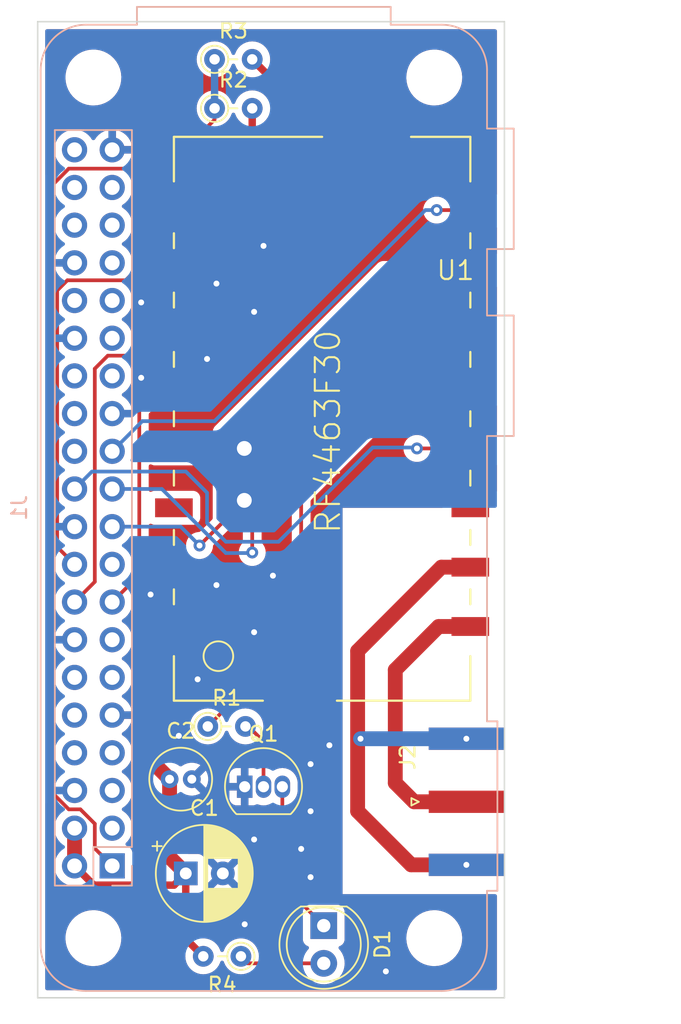
<source format=kicad_pcb>
(kicad_pcb (version 20211014) (generator pcbnew)

  (general
    (thickness 1.6)
  )

  (paper "A4")
  (layers
    (0 "F.Cu" signal)
    (31 "B.Cu" signal)
    (32 "B.Adhes" user "B.Adhesive")
    (33 "F.Adhes" user "F.Adhesive")
    (34 "B.Paste" user)
    (35 "F.Paste" user)
    (36 "B.SilkS" user "B.Silkscreen")
    (37 "F.SilkS" user "F.Silkscreen")
    (38 "B.Mask" user)
    (39 "F.Mask" user)
    (40 "Dwgs.User" user "User.Drawings")
    (41 "Cmts.User" user "User.Comments")
    (42 "Eco1.User" user "User.Eco1")
    (43 "Eco2.User" user "User.Eco2")
    (44 "Edge.Cuts" user)
    (45 "Margin" user)
    (46 "B.CrtYd" user "B.Courtyard")
    (47 "F.CrtYd" user "F.Courtyard")
    (48 "B.Fab" user)
    (49 "F.Fab" user)
    (50 "User.1" user)
    (51 "User.2" user)
    (52 "User.3" user)
    (53 "User.4" user)
    (54 "User.5" user)
    (55 "User.6" user)
    (56 "User.7" user)
    (57 "User.8" user)
    (58 "User.9" user)
  )

  (setup
    (stackup
      (layer "F.SilkS" (type "Top Silk Screen"))
      (layer "F.Paste" (type "Top Solder Paste"))
      (layer "F.Mask" (type "Top Solder Mask") (thickness 0.01))
      (layer "F.Cu" (type "copper") (thickness 0.035))
      (layer "dielectric 1" (type "core") (thickness 1.51) (material "FR4") (epsilon_r 4.5) (loss_tangent 0.02))
      (layer "B.Cu" (type "copper") (thickness 0.035))
      (layer "B.Mask" (type "Bottom Solder Mask") (thickness 0.01))
      (layer "B.Paste" (type "Bottom Solder Paste"))
      (layer "B.SilkS" (type "Bottom Silk Screen"))
      (copper_finish "None")
      (dielectric_constraints no)
    )
    (pad_to_mask_clearance 0)
    (pcbplotparams
      (layerselection 0x00010fc_ffffffff)
      (disableapertmacros false)
      (usegerberextensions true)
      (usegerberattributes false)
      (usegerberadvancedattributes false)
      (creategerberjobfile false)
      (svguseinch false)
      (svgprecision 6)
      (excludeedgelayer true)
      (plotframeref false)
      (viasonmask false)
      (mode 1)
      (useauxorigin false)
      (hpglpennumber 1)
      (hpglpenspeed 20)
      (hpglpendiameter 15.000000)
      (dxfpolygonmode true)
      (dxfimperialunits true)
      (dxfusepcbnewfont true)
      (psnegative false)
      (psa4output false)
      (plotreference true)
      (plotvalue false)
      (plotinvisibletext false)
      (sketchpadsonfab false)
      (subtractmaskfromsilk true)
      (outputformat 1)
      (mirror false)
      (drillshape 0)
      (scaleselection 1)
      (outputdirectory "output")
    )
  )

  (net 0 "")
  (net 1 "VCC")
  (net 2 "GND")
  (net 3 "Net-(D1-Pad1)")
  (net 4 "Net-(D1-Pad2)")
  (net 5 "+3V3")
  (net 6 "unconnected-(J1-Pad3)")
  (net 7 "unconnected-(J1-Pad5)")
  (net 8 "unconnected-(J1-Pad7)")
  (net 9 "unconnected-(J1-Pad8)")
  (net 10 "unconnected-(J1-Pad10)")
  (net 11 "unconnected-(J1-Pad11)")
  (net 12 "unconnected-(J1-Pad12)")
  (net 13 "unconnected-(J1-Pad13)")
  (net 14 "SDN")
  (net 15 "IT")
  (net 16 "CS")
  (net 17 "SDI")
  (net 18 "SDO")
  (net 19 "GPIO0")
  (net 20 "SCLK")
  (net 21 "unconnected-(J1-Pad24)")
  (net 22 "unconnected-(J1-Pad26)")
  (net 23 "unconnected-(J1-Pad27)")
  (net 24 "unconnected-(J1-Pad28)")
  (net 25 "unconnected-(J1-Pad29)")
  (net 26 "unconnected-(J1-Pad31)")
  (net 27 "unconnected-(J1-Pad32)")
  (net 28 "unconnected-(J1-Pad33)")
  (net 29 "unconnected-(J1-Pad35)")
  (net 30 "unconnected-(J1-Pad36)")
  (net 31 "unconnected-(J1-Pad37)")
  (net 32 "unconnected-(J1-Pad38)")
  (net 33 "unconnected-(J1-Pad40)")
  (net 34 "Net-(J2-Pad1)")
  (net 35 "Net-(J2-Pad2)")
  (net 36 "Net-(Q1-Pad2)")
  (net 37 "TX_LED")
  (net 38 "unconnected-(U1-Pad14)")
  (net 39 "unconnected-(U1-Pad3)")
  (net 40 "unconnected-(U1-Pad4)")
  (net 41 "unconnected-(J1-Pad17)")

  (footprint "Resistor_THT:R_Axial_DIN0204_L3.6mm_D1.6mm_P2.54mm_Vertical" (layer "F.Cu") (at 99.11 88.9))

  (footprint "npr70:RF4463F30" (layer "F.Cu") (at 115.824 58.166))

  (footprint "Package_TO_SOT_THT:TO-92_Inline" (layer "F.Cu") (at 101.6 92.964))

  (footprint "Resistor_THT:R_Axial_DIN0204_L3.6mm_D1.6mm_P2.54mm_Vertical" (layer "F.Cu") (at 99.568 43.942))

  (footprint "Connector_Coaxial:SMA_Amphenol_132289_EdgeMount" (layer "F.Cu") (at 116.5575 93.98))

  (footprint "Capacitor_THT:CP_Radial_D6.3mm_P2.50mm" (layer "F.Cu") (at 97.623621 98.806))

  (footprint "Resistor_THT:R_Axial_DIN0204_L3.6mm_D1.6mm_P2.54mm_Vertical" (layer "F.Cu") (at 99.568 47.244))

  (footprint "Resistor_THT:R_Axial_DIN0204_L3.6mm_D1.6mm_P2.54mm_Vertical" (layer "F.Cu") (at 101.346 104.394 180))

  (footprint "Capacitor_THT:C_Radial_D4.0mm_H5.0mm_P1.50mm" (layer "F.Cu") (at 96.532 92.456))

  (footprint "LED_THT:LED_D5.0mm" (layer "F.Cu") (at 106.934 102.327 -90))

  (footprint "Module:Raspberry_Pi_Zero_Socketed_THT_FaceDown_MountingHoles" (layer "B.Cu") (at 92.660759 98.298))

  (gr_line (start 119.126 41.402) (end 87.63 41.402) (layer "Edge.Cuts") (width 0.1) (tstamp 1cbcbc8c-b710-48db-a569-036ff3b7fdc3))
  (gr_line (start 87.63 107.188) (end 119.126 107.188) (layer "Edge.Cuts") (width 0.1) (tstamp 3d0fd239-72c6-4d90-a3ea-e3390b8b4326))
  (gr_line (start 87.63 41.402) (end 87.63 107.188) (layer "Edge.Cuts") (width 0.1) (tstamp 5ce9fb97-9956-43a9-84f9-f6e8e6ee5c79))
  (gr_line (start 119.126 107.188) (end 119.126 41.402) (layer "Edge.Cuts") (width 0.1) (tstamp 8499cc82-b35b-4f37-b1a9-3e7d39b9b9f9))

  (segment (start 97.623621 98.806) (end 97.623621 103.211621) (width 0.5) (layer "F.Cu") (net 1) (tstamp 19c72c50-e8cb-44ab-9aa3-12099190e2eb))
  (segment (start 95.374 91.298) (end 95.374 83.616) (width 1) (layer "F.Cu") (net 1) (tstamp 2b2fe480-2bad-42b6-bcad-acda8b39d5b5))
  (segment (start 90.120759 98.298) (end 91.420759 99.598) (width 0.5) (layer "F.Cu") (net 1) (tstamp 37bd4842-e5cf-4195-a6f8-9c0625a17d0a))
  (segment (start 96.532 92.456) (end 95.374 91.298) (width 1) (layer "F.Cu") (net 1) (tstamp 681efd8c-e0f0-4c06-ae2b-99165b1bd98a))
  (segment (start 96.532 97.714379) (end 97.623621 98.806) (width 1) (layer "F.Cu") (net 1) (tstamp 6b6f5e99-71a6-41a9-86fd-a6332afdccd5))
  (segment (start 96.831621 99.598) (end 97.623621 98.806) (width 0.5) (layer "F.Cu") (net 1) (tstamp 9239518c-58ba-4d1c-9bdd-4b8337bb004e))
  (segment (start 95.374 83.616) (end 96.824 82.166) (width 1) (layer "F.Cu") (net 1) (tstamp 99607d6b-cedb-4406-9390-32299ae0eeab))
  (segment (start 91.420759 99.598) (end 96.831621 99.598) (width 0.5) (layer "F.Cu") (net 1) (tstamp c53ac906-8764-451d-9574-d0e22ee4c16d))
  (segment (start 96.532 92.456) (end 96.532 97.714379) (width 1) (layer "F.Cu") (net 1) (tstamp cc87f3ac-1dba-4b8b-9fa5-d1694bdb898d))
  (segment (start 97.623621 103.211621) (end 98.806 104.394) (width 0.5) (layer "F.Cu") (net 1) (tstamp d1a72435-42a4-4c8d-8cd7-bd7ceb716516))
  (segment (start 90.120759 95.758) (end 90.120759 98.298) (width 1) (layer "F.Cu") (net 1) (tstamp ffe43b0d-e641-49dc-b5f3-48a4b5f53eb1))
  (via (at 94.615 65.405) (size 0.8) (drill 0.4) (layers "F.Cu" "B.Cu") (free) (net 2) (tstamp 0cf6a095-1fff-484a-84df-c7d41109c0bf))
  (via (at 107.315 90.17) (size 0.8) (drill 0.4) (layers "F.Cu" "B.Cu") (free) (net 2) (tstamp 193308ae-47e4-4861-8cc7-5c8ef0c90649))
  (via (at 106.045 99.06) (size 0.8) (drill 0.4) (layers "F.Cu" "B.Cu") (free) (net 2) (tstamp 3082eb5e-828d-44e9-a9c2-73ad79a8ad76))
  (via (at 95.25 80.01) (size 0.8) (drill 0.4) (layers "F.Cu" "B.Cu") (free) (net 2) (tstamp 38da0a62-4e15-4d76-b5d3-83f70e31691c))
  (via (at 105.41 97.155) (size 0.8) (drill 0.4) (layers "F.Cu" "B.Cu") (free) (net 2) (tstamp 3d188fb5-a195-4248-843a-6429489e1d93))
  (via (at 102.235 82.55) (size 0.8) (drill 0.4) (layers "F.Cu" "B.Cu") (free) (net 2) (tstamp 492afda7-f871-4b4c-ba7a-623990777c77))
  (via (at 98.425 85.725) (size 0.8) (drill 0.4) (layers "F.Cu" "B.Cu") (free) (net 2) (tstamp 50870bf7-c4cb-459e-bce3-abc499baa9d6))
  (via (at 106.045 94.615) (size 0.8) (drill 0.4) (layers "F.Cu" "B.Cu") (free) (net 2) (tstamp 5a009aff-9fc8-4a0d-93a8-b518a4f0a985))
  (via (at 99.06 64.135) (size 0.8) (drill 0.4) (layers "F.Cu" "B.Cu") (free) (net 2) (tstamp 7029d98d-dc6d-4c5e-b6a9-cebee3279c22))
  (via (at 106.045 91.44) (size 0.8) (drill 0.4) (layers "F.Cu" "B.Cu") (free) (net 2) (tstamp 71dcad88-c143-4ce9-8331-f80dec0008ec))
  (via (at 102.235 96.52) (size 0.8) (drill 0.4) (layers "F.Cu" "B.Cu") (free) (net 2) (tstamp 7a3eb37f-97a6-4669-b155-a377b5e8f335))
  (via (at 99.695 79.375) (size 0.8) (drill 0.4) (layers "F.Cu" "B.Cu") (free) (net 2) (tstamp 8324a7c8-ded2-46bc-b84b-e019e28f6738))
  (via (at 101.6 102.235) (size 0.8) (drill 0.4) (layers "F.Cu" "B.Cu") (free) (net 2) (tstamp 8e19e4fa-bed9-47a5-8e1c-b847a4cdacbb))
  (via (at 99.695 59.055) (size 0.8) (drill 0.4) (layers "F.Cu" "B.Cu") (free) (net 2) (tstamp 8e34801e-bff9-4d6f-8edf-718214926c1c))
  (via (at 97.155 89.535) (size 0.8) (drill 0.4) (layers "F.Cu" "B.Cu") (free) (net 2) (tstamp 941cd078-494f-4d3a-b1f4-dc08c39426fb))
  (via (at 102.87 56.515) (size 0.8) (drill 0.4) (layers "F.Cu" "B.Cu") (free) (net 2) (tstamp b4d831b3-6116-4c0d-9813-f35977304861))
  (via (at 111.125 105.41) (size 0.8) (drill 0.4) (layers "F.Cu" "B.Cu") (free) (net 2) (tstamp cf0392bf-f991-4253-9729-d801aa3f1795))
  (via (at 102.235 60.96) (size 0.8) (drill 0.4) (layers "F.Cu" "B.Cu") (free) (net 2) (tstamp d8fc2c57-d00c-4c40-83b6-c131add087db))
  (via (at 94.615 60.325) (size 0.8) (drill 0.4) (layers "F.Cu" "B.Cu") (free) (net 2) (tstamp ee079d64-6fb4-4a07-bf43-0c5cb7eb5d29))
  (via (at 103.505 78.74) (size 0.8) (drill 0.4) (layers "F.Cu" "B.Cu") (free) (net 2) (tstamp f74b7ea4-8f63-418d-bb6a-00ca9100ae57))
  (segment (start 104.14 92.964) (end 104.14 99.533) (width 0.25) (layer "F.Cu") (net 3) (tstamp 3a0d95d8-890c-4a1d-94fb-ba14980c8da5))
  (segment (start 104.14 99.533) (end 106.934 102.327) (width 0.25) (layer "F.Cu") (net 3) (tstamp d8ebb66e-0cc3-4f0e-9687-dc2e90d97c8c))
  (segment (start 101.346 104.394) (end 101.819 104.867) (width 0.25) (layer "F.Cu") (net 4) (tstamp c1f22609-c7f8-4bf9-9a2e-0f87d036643c))
  (segment (start 101.819 104.867) (end 106.934 104.867) (width 0.25) (layer "F.Cu") (net 4) (tstamp f9757ea5-a1a2-498d-99d2-b5a74a46cea9))
  (segment (start 91.485759 95.461299) (end 90.51246 94.488) (width 0.25) (layer "F.Cu") (net 5) (tstamp 124b523e-3b07-4e97-b5a6-86e3781381d7))
  (segment (start 90.51246 94.488) (end 89.729058 94.488) (width 0.25) (layer "F.Cu") (net 5) (tstamp 4398669d-91d2-4627-98e7-3b66b750b219))
  (segment (start 99.568 48.006) (end 99.568 47.244) (width 0.25) (layer "F.Cu") (net 5) (tstamp 63c4c222-522f-48e9-bbc5-52bf8a93487e))
  (segment (start 89.729058 51.308) (end 96.266 51.308) (width 0.25) (layer "F.Cu") (net 5) (tstamp 82f20b81-4f3f-42f3-ba37-884829c1ba7c))
  (segment (start 88.392 93.150942) (end 88.392 52.645058) (width 0.25) (layer "F.Cu") (net 5) (tstamp 8c2436d5-6388-4600-9e1d-e38de6ebf19c))
  (segment (start 92.660759 98.298) (end 91.485759 97.123) (width 0.25) (layer "F.Cu") (net 5) (tstamp b653ee30-fc09-4c05-8e00-17b4a035d559))
  (segment (start 91.485759 97.123) (end 91.485759 95.461299) (width 0.25) (layer "F.Cu") (net 5) (tstamp c1aa2f05-53ee-413c-a52d-ca4486c6d9ee))
  (segment (start 89.729058 94.488) (end 88.392 93.150942) (width 0.25) (layer "F.Cu") (net 5) (tstamp dd1313d9-22d1-4068-8042-649b82e8b28c))
  (segment (start 96.266 51.308) (end 99.568 48.006) (width 0.25) (layer "F.Cu") (net 5) (tstamp df0d9052-30c7-447f-8c35-498206323d58))
  (segment (start 88.392 52.645058) (end 89.729058 51.308) (width 0.25) (layer "F.Cu") (net 5) (tstamp e8f93bb8-8dc1-4037-862e-3bfe2db97a1d))
  (segment (start 99.568 47.244) (end 99.568 43.942) (width 0.5) (layer "B.Cu") (net 5) (tstamp 700f11dd-9845-4c58-8056-6695497f9b7a))
  (segment (start 96.824 66.166) (end 98.934 66.166) (width 0.5) (layer "F.Cu") (net 14) (tstamp 075ece9a-4f07-4e3e-82a1-f3b43ebd2ed4))
  (segment (start 95.886 66.166) (end 96.824 66.166) (width 0.25) (layer "F.Cu") (net 14) (tstamp 07c4a21c-8df0-4e33-863d-c690837d1b09))
  (segment (start 92.660759 80.518) (end 94.488 78.690759) (width 0.25) (layer "F.Cu") (net 14) (tstamp 3e99171a-cd41-402d-8b50-5fffb37d97bf))
  (segment (start 94.488 78.690759) (end 94.488 67.564) (width 0.25) (layer "F.Cu") (net 14) (tstamp 4c218dc9-fd6a-41c4-b2cc-7ab94f840e4e))
  (segment (start 104.14 45.974) (end 102.108 43.942) (width 0.5) (layer "F.Cu") (net 14) (tstamp 57c44624-d28d-4370-9dd7-3341a0ab8166))
  (segment (start 98.934 66.166) (end 104.14 60.96) (width 0.5) (layer "F.Cu") (net 14) (tstamp 5a19c519-4ce5-459a-84db-e32addc8c050))
  (segment (start 104.14 60.96) (end 104.14 45.974) (width 0.5) (layer "F.Cu") (net 14) (tstamp 79e12ffa-1d83-4130-b51a-799c54cee59a))
  (segment (start 94.488 67.564) (end 95.886 66.166) (width 0.25) (layer "F.Cu") (net 14) (tstamp e5e5bc7c-6fbd-4c37-baa4-8a2b7b850382))
  (segment (start 91.485759 79.153) (end 91.485759 64.791299) (width 0.25) (layer "F.Cu") (net 15) (tstamp 5c0ee249-7b4c-426e-bcd4-affa91756f26))
  (segment (start 91.485759 64.791299) (end 92.364058 63.913) (width 0.25) (layer "F.Cu") (net 15) (tstamp 7adf9a98-e1ad-4119-8511-1d8f0fa01362))
  (segment (start 92.364058 63.913) (end 95.077 63.913) (width 0.25) (layer "F.Cu") (net 15) (tstamp 88f5663c-4564-4ffa-a236-33a3d940fbc7))
  (segment (start 90.120759 80.518) (end 91.485759 79.153) (width 0.25) (layer "F.Cu") (net 15) (tstamp b375b9e7-c702-4f5c-a96c-6d518aa5e17c))
  (segment (start 95.077 63.913) (end 96.824 62.166) (width 0.25) (layer "F.Cu") (net 15) (tstamp f69c4574-c4d2-4c35-a536-2920992bf371))
  (segment (start 94.234 58.166) (end 96.824 58.166) (width 0.25) (layer "F.Cu") (net 16) (tstamp 0e324987-e230-421b-82da-84678925d93e))
  (segment (start 102.108 54.864) (end 102.108 47.244) (width 0.5) (layer "F.Cu") (net 16) (tstamp 1661e861-d297-4618-9a91-11f3db69b94e))
  (segment (start 98.806 58.166) (end 102.108 54.864) (width 0.5) (layer "F.Cu") (net 16) (tstamp 37cd6516-d429-4969-9fa7-b027eaf45df3))
  (segment (start 90.120759 77.978) (end 88.945759 76.803) (width 0.25) (layer "F.Cu") (net 16) (tstamp 532b887d-d4a3-4dd6-b74f-304a744305d8))
  (segment (start 88.945759 76.803) (end 88.945759 59.521299) (width 0.25) (layer "F.Cu") (net 16) (tstamp 555ad0e8-5c25-4d27-8549-32064c12b6db))
  (segment (start 93.567 58.833) (end 94.234 58.166) (width 0.25) (layer "F.Cu") (net 16) (tstamp 5984cf9c-6376-4a59-9a5f-e2b0a405572a))
  (segment (start 89.634058 58.833) (end 93.567 58.833) (width 0.25) (layer "F.Cu") (net 16) (tstamp c573350a-a1a3-4012-9295-84021fbe2f88))
  (segment (start 96.824 58.166) (end 98.806 58.166) (width 0.5) (layer "F.Cu") (net 16) (tstamp d958f16d-1869-4e51-8e33-d3fd92e5d92a))
  (segment (start 88.945759 59.521299) (end 89.634058 58.833) (width 0.25) (layer "F.Cu") (net 16) (tstamp ee3edbd1-847c-4f75-a7fb-3f1fefee942b))
  (segment (start 100.076 69.088) (end 110.998 58.166) (width 0.25) (layer "F.Cu") (net 17) (tstamp 52e5a68d-0855-4103-9eca-79aa079c8026))
  (segment (start 98.552 76.708) (end 100.076 75.184) (width 0.25) (layer "F.Cu") (net 17) (tstamp 7ba525f4-080b-4e22-9628-81baa4c287bd))
  (segment (start 100.076 75.184) (end 100.076 69.088) (width 0.25) (layer "F.Cu") (net 17) (tstamp 90da63f9-79e7-4f12-8d43-61c41f58770f))
  (segment (start 110.998 58.166) (end 114.554 58.166) (width 0.25) (layer "F.Cu") (net 17) (tstamp 97ac82b1-8d6b-46d2-b452-825f09286346))
  (segment (start 114.554 58.166) (end 116.824 58.166) (width 0.25) (layer "F.Cu") (net 17) (tstamp c326496f-37a6-413d-b8e6-a20746e4c00d))
  (via (at 98.552 76.708) (size 0.8) (drill 0.4) (layers "F.Cu" "B.Cu") (net 17) (tstamp 03c09b0d-860e-450d-92a0-672793b02708))
  (segment (start 92.660759 75.438) (end 97.282 75.438) (width 0.25) (layer "B.Cu") (net 17) (tstamp 43b717b1-e643-416c-a15e-f4fd3854a09d))
  (segment (start 97.282 75.438) (end 98.552 76.708) (width 0.25) (layer "B.Cu") (net 17) (tstamp 64d780fd-906a-48fa-8c2a-fcb2fb521c48))
  (segment (start 115.38 62.166) (end 116.824 62.166) (width 0.25) (layer "F.Cu") (net 18) (tstamp 54d05881-f7eb-4831-a0c6-4c2e052cdb21))
  (segment (start 102.108 75.438) (end 115.38 62.166) (width 0.25) (layer "F.Cu") (net 18) (tstamp 7f3e8a11-fc76-4d87-9749-2e18f0d9a9cb))
  (segment (start 102.108 77.1785) (end 102.108 75.438) (width 0.25) (layer "F.Cu") (net 18) (tstamp b602ebd6-efb4-4d09-b3bb-fc05d8096831))
  (via (at 102.108 77.1785) (size 0.8) (drill 0.4) (layers "F.Cu" "B.Cu") (net 18) (tstamp 531cba69-f186-4bd5-9da7-596721b39895))
  (segment (start 96.012 72.898) (end 100.33 77.216) (width 0.25) (layer "B.Cu") (net 18) (tstamp 61450ce6-4a96-4e7b-8ab3-3314869173c0))
  (segment (start 92.660759 72.898) (end 96.012 72.898) (width 0.25) (layer "B.Cu") (net 18) (tstamp c0765a80-c5b8-4e29-9559-f46e6d4da84b))
  (segment (start 102.0705 77.216) (end 102.108 77.1785) (width 0.25) (layer "B.Cu") (net 18) (tstamp c5cebf8d-201d-48e1-9735-2481ee612717))
  (segment (start 100.33 77.216) (end 102.0705 77.216) (width 0.25) (layer "B.Cu") (net 18) (tstamp e82cc299-cafa-451b-8bd0-07dcd1926ed2))
  (segment (start 113.222 70.166) (end 116.824 70.166) (width 0.25) (layer "F.Cu") (net 19) (tstamp 23c9f07b-97e1-4ce6-8b41-2f31bedc5498))
  (via (at 113.222 70.166) (size 0.8) (drill 0.4) (layers "F.Cu" "B.Cu") (net 19) (tstamp e0161ec7-749c-45fd-930d-350237ce66f4))
  (segment (start 99.06 75.184) (end 100.33 76.454) (width 0.25) (layer "B.Cu") (net 19) (tstamp 07866da5-3f08-4cd0-8645-d020356d6606))
  (segment (start 91.295759 71.723) (end 97.631 71.723) (width 0.25) (layer "B.Cu") (net 19) (tstamp 27bd6e3c-0fdb-4ada-bfcf-c2f4a79a0401))
  (segment (start 103.886 76.454) (end 110.236 70.104) (width 0.25) (layer "B.Cu") (net 19) (tstamp 310add1d-d3aa-438b-b8ce-de528d132985))
  (segment (start 110.236 70.104) (end 113.16 70.104) (width 0.25) (layer "B.Cu") (net 19) (tstamp 6318b98a-7da8-47ce-a4ca-75293b19ff18))
  (segment (start 90.120759 72.898) (end 91.295759 71.723) (width 0.25) (layer "B.Cu") (net 19) (tstamp 673aabc8-6240-40c0-a22b-a51e544fef68))
  (segment (start 97.631 71.723) (end 99.06 73.152) (width 0.25) (layer "B.Cu") (net 19) (tstamp b549b56a-4d9f-477d-91c8-d07fb21692f4))
  (segment (start 99.06 73.152) (end 99.06 75.184) (width 0.25) (layer "B.Cu") (net 19) (tstamp c9cac34f-5886-494c-8fdf-e9906a35fd22))
  (segment (start 100.33 76.454) (end 103.886 76.454) (width 0.25) (layer "B.Cu") (net 19) (tstamp de090662-5577-480c-9258-aee581e634b3))
  (segment (start 113.16 70.104) (end 113.222 70.166) (width 0.25) (layer "B.Cu") (net 19) (tstamp ff8da7cf-70fa-4b1a-8c93-c770f52862ea))
  (segment (start 116.76 54.102) (end 116.824 54.166) (width 0.25) (layer "F.Cu") (net 20) (tstamp a31f7148-f82f-47dc-b51d-8f6afbfd82c5))
  (segment (start 114.554 54.102) (end 116.76 54.102) (width 0.25) (layer "F.Cu") (net 20) (tstamp d903c4e1-fc59-48a8-8a49-8972441a669c))
  (via (at 114.554 54.102) (size 0.8) (drill 0.4) (layers "F.Cu" "B.Cu") (net 20) (tstamp 73874cc3-35de-4a9f-95f1-0f25cdaf8785))
  (segment (start 113.792 54.102) (end 114.554 54.102) (width 0.25) (layer "B.Cu") (net 20) (tstamp 25f0b3ee-6df5-4830-ab79-240df384c1ef))
  (segment (start 94.692759 68.326) (end 99.568 68.326) (width 0.25) (layer "B.Cu") (net 20) (tstamp 54412673-a3c3-4b13-9e69-26a1df59ecc7))
  (segment (start 99.568 68.326) (end 113.792 54.102) (width 0.25) (layer "B.Cu") (net 20) (tstamp 7d22d611-84df-4aac-9c1d-f98b0d109255))
  (segment (start 92.660759 70.358) (end 94.692759 68.326) (width 0.25) (layer "B.Cu") (net 20) (tstamp af397a18-0400-4800-81cc-31b083f851a3))
  (segment (start 111.76 85.09) (end 114.684 82.166) (width 1) (layer "F.Cu") (net 34) (tstamp 225cdc1b-dfa9-4b2e-82fa-56d7390eec87))
  (segment (start 113.03 93.98) (end 111.76 92.71) (width 1) (layer "F.Cu") (net 34) (tstamp 25fd3fdb-f225-4e44-87cc-a6dfb1bcd02d))
  (segment (start 111.76 92.71) (end 111.76 85.09) (width 1) (layer "F.Cu") (net 34) (tstamp c5e4c1aa-4042-4a61-9f57-cce7b7bc8ec5))
  (segment (start 114.684 82.166) (end 116.824 82.166) (width 1) (layer "F.Cu") (net 34) (tstamp d7b29d87-bff6-4908-b6dc-b637e2ea5458))
  (segment (start 116.5575 93.98) (end 113.03 93.98) (width 1) (layer "F.Cu") (net 34) (tstamp f714e5a7-045b-47fc-92f0-d16fd856220d))
  (segment (start 114.874 78.166) (end 116.824 78.166) (width 1) (layer "F.Cu") (net 35) (tstamp 0806f5f1-b334-404c-823f-d2bcb487763d))
  (segment (start 116.5575 98.23) (end 112.835 98.23) (width 1) (layer "F.Cu") (net 35) (tstamp 5c2502ed-da2b-4d81-a2c1-350d26a30f5a))
  (segment (start 109.22 83.82) (end 114.874 78.166) (width 1) (layer "F.Cu") (net 35) (tstamp 882407b9-5d2d-4f4d-8d0e-a33bfa0d7b94))
  (segment (start 109.22 94.615) (end 109.22 83.82) (width 1) (layer "F.Cu") (net 35) (tstamp b263aa70-2ed2-43cb-b989-6a7a72cd05ff))
  (segment (start 112.835 98.23) (end 109.22 94.615) (width 1) (layer "F.Cu") (net 35) (tstamp cb11be82-d200-4dd2-81c9-438a5d285f9d))
  (via (at 116.5575 98.23) (size 0.8) (drill 0.4) (layers "F.Cu" "B.Cu") (net 35) (tstamp 3a77f2cd-e07e-4e38-875f-2830f81afdb9))
  (via (at 109.415 89.73) (size 0.8) (drill 0.4) (layers "F.Cu" "B.Cu") (net 35) (tstamp 90047708-6728-4dcf-8212-1244e74d54b3))
  (via (at 116.5575 89.73) (size 0.8) (drill 0.4) (layers "F.Cu" "B.Cu") (net 35) (tstamp d9ec839c-fbff-4057-b22c-119b58df7035))
  (segment (start 116.5575 89.73) (end 109.415 89.73) (width 1) (layer "B.Cu") (net 35) (tstamp fc3f9e49-e659-45d2-b4f1-016d96f1764e))
  (segment (start 101.854 88.9) (end 102.87 89.916) (width 0.25) (layer "F.Cu") (net 36) (tstamp 977a525b-a185-4515-83d5-985d74d139c7))
  (segment (start 102.87 89.916) (end 102.87 92.964) (width 0.25) (layer "F.Cu") (net 36) (tstamp b41b15fa-8652-4e33-8c02-c31578f4d11a))
  (segment (start 116.824 66.166) (end 112.65 66.166) (width 0.25) (layer "F.Cu") (net 37) (tstamp 2287bbe4-d3db-415a-93bf-7811156f1422))
  (segment (start 105.41 73.406) (end 105.41 82.6) (width 0.25) (layer "F.Cu") (net 37) (tstamp 2a1ca8cc-f715-4701-ba6c-19a3a637b8f0))
  (segment (start 112.65 66.166) (end 105.41 73.406) (width 0.25) (layer "F.Cu") (net 37) (tstamp 550eadbf-b4e4-4b07-8c78-1df04a38d158))
  (segment (start 105.41 82.6) (end 99.11 88.9) (width 0.25) (layer "F.Cu") (net 37) (tstamp 58938d3d-0d3c-45e3-b44a-d15c7ac15bc2))

  (zone (net 2) (net_name "GND") (layers F&B.Cu) (tstamp 6c7fac1c-5ee2-4335-9af5-6303fd9047c7) (hatch edge 0.508)
    (connect_pads (clearance 0.508))
    (min_thickness 0.254) (filled_areas_thickness no)
    (fill yes (thermal_gap 0.508) (thermal_bridge_width 0.508))
    (polygon
      (pts
        (xy 123.19 108.966)
        (xy 85.09 108.712)
        (xy 85.344 40.386)
        (xy 123.19 40.386)
      )
    )
    (filled_polygon
      (layer "F.Cu")
      (pts
        (xy 114.99525 66.819502)
        (xy 115.041743 66.873158)
        (xy 115.049712 66.896354)
        (xy 115.051402 66.903459)
        (xy 115.052255 66.911316)
        (xy 115.103385 67.047705)
        (xy 115.190739 67.164261)
        (xy 115.307295 67.251615)
        (xy 115.443684 67.302745)
        (xy 115.505866 67.3095)
        (xy 118.142134 67.3095)
        (xy 118.204316 67.302745)
        (xy 118.340705 67.251615)
        (xy 118.415935 67.195233)
        (xy 118.482441 67.170385)
        (xy 118.551824 67.185438)
        (xy 118.602054 67.235612)
        (xy 118.6175 67.296059)
        (xy 118.6175 69.035941)
        (xy 118.597498 69.104062)
        (xy 118.543842 69.150555)
        (xy 118.473568 69.160659)
        (xy 118.415935 69.136767)
        (xy 118.340705 69.080385)
        (xy 118.204316 69.029255)
        (xy 118.142134 69.0225)
        (xy 115.505866 69.0225)
        (xy 115.443684 69.029255)
        (xy 115.307295 69.080385)
        (xy 115.190739 69.167739)
        (xy 115.103385 69.284295)
        (xy 115.052255 69.420684)
        (xy 115.051402 69.42854)
        (xy 115.049712 69.435646)
        (xy 115.014494 69.497293)
        (xy 114.951539 69.530113)
        (xy 114.927129 69.5325)
        (xy 113.9302 69.5325)
        (xy 113.862079 69.512498)
        (xy 113.842853 69.496157)
        (xy 113.84258 69.49646)
        (xy 113.837668 69.492037)
        (xy 113.833253 69.487134)
        (xy 113.716894 69.402594)
        (xy 113.684094 69.378763)
        (xy 113.684093 69.378762)
        (xy 113.678752 69.374882)
        (xy 113.672724 69.372198)
        (xy 113.672722 69.372197)
        (xy 113.510319 69.299891)
        (xy 113.510318 69.299891)
        (xy 113.504288 69.297206)
        (xy 113.40974 69.277109)
        (xy 113.323944 69.258872)
        (xy 113.323939 69.258872)
        (xy 113.317487 69.2575)
        (xy 113.126513 69.2575)
        (xy 113.120061 69.258872)
        (xy 113.120056 69.258872)
        (xy 113.03426 69.277109)
        (xy 112.939712 69.297206)
        (xy 112.933682 69.299891)
        (xy 112.933681 69.299891)
        (xy 112.771278 69.372197)
        (xy 112.771276 69.372198)
        (xy 112.765248 69.374882)
        (xy 112.610747 69.487134)
        (xy 112.606326 69.492044)
        (xy 112.606325 69.492045)
        (xy 112.572049 69.530113)
        (xy 112.48296 69.629056)
        (xy 112.387473 69.794444)
        (xy 112.328458 69.976072)
        (xy 112.308496 70.166)
        (xy 112.328458 70.355928)
        (xy 112.387473 70.537556)
        (xy 112.48296 70.702944)
        (xy 112.610747 70.844866)
        (xy 112.765248 70.957118)
        (xy 112.771276 70.959802)
        (xy 112.771278 70.959803)
        (xy 112.881575 71.00891)
        (xy 112.939712 71.034794)
        (xy 113.033112 71.054647)
        (xy 113.120056 71.073128)
        (xy 113.120061 71.073128)
        (xy 113.126513 71.0745)
        (xy 113.317487 71.0745)
        (xy 113.323939 71.073128)
        (xy 113.323944 71.073128)
        (xy 113.410888 71.054647)
        (xy 113.504288 71.034794)
        (xy 113.562425 71.00891)
        (xy 113.672722 70.959803)
        (xy 113.672724 70.959802)
        (xy 113.678752 70.957118)
        (xy 113.833253 70.844866)
        (xy 113.837668 70.839963)
        (xy 113.84258 70.83554)
        (xy 113.843705 70.836789)
        (xy 113.897014 70.803949)
        (xy 113.9302 70.7995)
        (xy 114.927129 70.7995)
        (xy 114.99525 70.819502)
        (xy 115.041743 70.873158)
        (xy 115.049712 70.896354)
        (xy 115.051402 70.903459)
        (xy 115.052255 70.911316)
        (xy 115.103385 71.047705)
        (xy 115.190739 71.164261)
        (xy 115.307295 71.251615)
        (xy 115.443684 71.302745)
        (xy 115.505866 71.3095)
        (xy 118.142134 71.3095)
        (xy 118.204316 71.302745)
        (xy 118.340705 71.251615)
        (xy 118.415935 71.195233)
        (xy 118.482441 71.170385)
        (xy 118.551824 71.185438)
        (xy 118.602054 71.235612)
        (xy 118.6175 71.296059)
        (xy 118.6175 73.035941)
        (xy 118.597498 73.104062)
        (xy 118.543842 73.150555)
        (xy 118.473568 73.160659)
        (xy 118.415935 73.136767)
        (xy 118.362359 73.096614)
        (xy 118.340705 73.080385)
        (xy 118.204316 73.029255)
        (xy 118.142134 73.0225)
        (xy 115.505866 73.0225)
        (xy 115.443684 73.029255)
        (xy 115.307295 73.080385)
        (xy 115.190739 73.167739)
        (xy 115.103385 73.284295)
        (xy 115.052255 73.420684)
        (xy 115.0455 73.482866)
        (xy 115.0455 74.042)
        (xy 115.025498 74.110121)
        (xy 114.971842 74.156614)
        (xy 114.9195 74.168)
        (xy 108.204 74.168)
        (xy 108.204 100.203)
        (xy 118.4915 100.203)
        (xy 118.559621 100.223002)
        (xy 118.606114 100.276658)
        (xy 118.6175 100.329)
        (xy 118.6175 106.5535)
        (xy 118.597498 106.621621)
        (xy 118.543842 106.668114)
        (xy 118.4915 106.6795)
        (xy 88.2645 106.6795)
        (xy 88.196379 106.659498)
        (xy 88.149886 106.605842)
        (xy 88.1385 106.5535)
        (xy 88.1385 103.210846)
        (xy 89.502707 103.210846)
        (xy 89.528668 103.482949)
        (xy 89.529753 103.487383)
        (xy 89.529754 103.487389)
        (xy 89.582528 103.703058)
        (xy 89.593637 103.748455)
        (xy 89.595349 103.752681)
        (xy 89.59535 103.752685)
        (xy 89.689204 103.9844)
        (xy 89.696252 104.001801)
        (xy 89.698556 104.005736)
        (xy 89.698558 104.00574)
        (xy 89.736668 104.070827)
        (xy 89.834365 104.23768)
        (xy 90.005082 104.451151)
        (xy 90.204827 104.637742)
        (xy 90.429415 104.793544)
        (xy 90.460302 104.80891)
        (xy 90.670055 104.913261)
        (xy 90.670058 104.913262)
        (xy 90.674142 104.915294)
        (xy 90.93388 105.00044)
        (xy 90.938371 105.00122)
        (xy 90.938372 105.00122)
        (xy 91.199409 105.046544)
        (xy 91.199417 105.046545)
        (xy 91.20319 105.0472)
        (xy 91.207027 105.047391)
        (xy 91.287992 105.051422)
        (xy 91.288 105.051422)
        (xy 91.289563 105.0515)
        (xy 91.460193 105.0515)
        (xy 91.462461 105.051335)
        (xy 91.462473 105.051335)
        (xy 91.594032 105.041789)
        (xy 91.663381 105.036757)
        (xy 91.667836 105.035773)
        (xy 91.667839 105.035773)
        (xy 91.925832 104.978814)
        (xy 91.925836 104.978813)
        (xy 91.930292 104.977829)
        (xy 92.100716 104.913261)
        (xy 92.181631 104.882605)
        (xy 92.181634 104.882604)
        (xy 92.185901 104.880987)
        (xy 92.424853 104.748261)
        (xy 92.642142 104.582431)
        (xy 92.833217 104.386971)
        (xy 92.879495 104.323392)
        (xy 92.991388 104.169667)
        (xy 92.991391 104.169661)
        (xy 92.994074 104.165976)
        (xy 92.996196 104.161943)
        (xy 92.996199 104.161938)
        (xy 93.119219 103.928115)
        (xy 93.119219 103.928114)
        (xy 93.121345 103.924074)
        (xy 93.212362 103.666334)
        (xy 93.239328 103.52952)
        (xy 93.264339 103.402627)
        (xy 93.26434 103.402621)
        (xy 93.26522 103.398155)
        (xy 93.26742 103.35396)
        (xy 93.278584 103.129723)
        (xy 93.278584 103.129717)
        (xy 93.278811 103.125154)
        (xy 93.25285 102.853051)
        (xy 93.250942 102.84525)
        (xy 93.188966 102.591979)
        (xy 93.187881 102.587545)
        (xy 93.118491 102.416227)
        (xy 93.086979 102.338427)
        (xy 93.086976 102.338421)
        (xy 93.085266 102.334199)
        (xy 92.947153 102.09832)
        (xy 92.776436 101.884849)
        (xy 92.576691 101.698258)
        (xy 92.352103 101.542456)
        (xy 92.176336 101.455013)
        (xy 92.111463 101.422739)
        (xy 92.11146 101.422738)
        (xy 92.107376 101.420706)
        (xy 91.847638 101.33556)
        (xy 91.843146 101.33478)
        (xy 91.582109 101.289456)
        (xy 91.582101 101.289455)
        (xy 91.578328 101.2888)
        (xy 91.566997 101.288236)
        (xy 91.493526 101.284578)
        (xy 91.493518 101.284578)
        (xy 91.491955 101.2845)
        (xy 91.321325 101.2845)
        (xy 91.319057 101.284665)
        (xy 91.319045 101.284665)
        (xy 91.187486 101.294211)
        (xy 91.118137 101.299243)
        (xy 91.113682 101.300227)
        (xy 91.113679 101.300227)
        (xy 90.855686 101.357186)
        (xy 90.855682 101.357187)
        (xy 90.851226 101.358171)
        (xy 90.805569 101.375469)
        (xy 90.599887 101.453395)
        (xy 90.599884 101.453396)
        (xy 90.595617 101.455013)
        (xy 90.356665 101.587739)
        (xy 90.139376 101.753569)
        (xy 89.948301 101.949029)
        (xy 89.945614 101.952721)
        (xy 89.945612 101.952723)
        (xy 89.79013 102.166333)
        (xy 89.790127 102.166339)
        (xy 89.787444 102.170024)
        (xy 89.785322 102.174057)
        (xy 89.785319 102.174062)
        (xy 89.701067 102.334199)
        (xy 89.660173 102.411926)
        (xy 89.569156 102.669666)
        (xy 89.568276 102.674132)
        (xy 89.524262 102.89744)
        (xy 89.516298 102.937845)
        (xy 89.516071 102.942398)
        (xy 89.516071 102.942401)
        (xy 89.503305 103.198835)
        (xy 89.502707 103.210846)
        (xy 88.1385 103.210846)
        (xy 88.1385 94.097536)
        (xy 88.158502 94.029415)
        (xy 88.212158 93.982922)
        (xy 88.282432 93.972818)
        (xy 88.347012 94.002312)
        (xy 88.353595 94.008441)
        (xy 89.064157 94.719003)
        (xy 89.098183 94.781315)
        (xy 89.093118 94.85213)
        (xy 89.068 94.892204)
        (xy 89.068216 94.892379)
        (xy 89.066776 94.894157)
        (xy 89.066153 94.895152)
        (xy 89.061388 94.900138)
        (xy 88.935502 95.08468)
        (xy 88.841447 95.287305)
        (xy 88.781748 95.50257)
        (xy 88.75801 95.724695)
        (xy 88.758307 95.729848)
        (xy 88.758307 95.729851)
        (xy 88.76377 95.82459)
        (xy 88.770869 95.947715)
        (xy 88.772006 95.952761)
        (xy 88.772007 95.952767)
        (xy 88.791878 96.040939)
        (xy 88.819981 96.165639)
        (xy 88.904025 96.372616)
        (xy 89.020746 96.563088)
        (xy 89.024126 96.56699)
        (xy 89.081496 96.633219)
        (xy 89.110979 96.697804)
        (xy 89.112259 96.715717)
        (xy 89.112259 97.336381)
        (xy 89.092257 97.404502)
        (xy 89.077353 97.423432)
        (xy 89.061388 97.440138)
        (xy 88.935502 97.62468)
        (xy 88.922572 97.652536)
        (xy 88.850621 97.807542)
        (xy 88.841447 97.827305)
        (xy 88.781748 98.04257)
        (xy 88.75801 98.264695)
        (xy 88.758307 98.269848)
        (xy 88.758307 98.269851)
        (xy 88.765519 98.394929)
        (xy 88.770869 98.487715)
        (xy 88.772006 98.492761)
        (xy 88.772007 98.492767)
        (xy 88.790019 98.572688)
        (xy 88.819981 98.705639)
        (xy 88.904025 98.912616)
        (xy 89.020746 99.103088)
        (xy 89.167009 99.271938)
        (xy 89.338885 99.414632)
        (xy 89.531759 99.527338)
        (xy 89.536584 99.52918)
        (xy 89.536585 99.529181)
        (xy 89.609371 99.556975)
        (xy 89.740451 99.60703)
        (xy 89.745519 99.608061)
        (xy 89.745522 99.608062)
        (xy 89.828628 99.62497)
        (xy 89.959356 99.651567)
        (xy 89.964531 99.651757)
        (xy 89.964533 99.651757)
        (xy 90.177432 99.659564)
        (xy 90.177436 99.659564)
        (xy 90.182596 99.659753)
        (xy 90.322667 99.641809)
        (xy 90.392776 99.652993)
        (xy 90.427771 99.677693)
        (xy 90.836989 100.086911)
        (xy 90.849375 100.101323)
        (xy 90.857908 100.112918)
        (xy 90.857913 100.112923)
        (xy 90.862251 100.118818)
        (xy 90.867829 100.123557)
        (xy 90.867832 100.12356)
        (xy 90.902527 100.153035)
        (xy 90.910043 100.159965)
        (xy 90.915739 100.165661)
        (xy 90.9186 100.167924)
        (xy 90.918605 100.167929)
        (xy 90.938015 100.183285)
        (xy 90.941417 100.186074)
        (xy 90.997044 100.233333)
        (xy 91.003561 100.236661)
        (xy 91.008609 100.240027)
        (xy 91.013731 100.24319)
        (xy 91.019475 100.247735)
        (xy 91.085654 100.278664)
        (xy 91.089538 100.280563)
        (xy 91.154567 100.313769)
        (xy 91.161682 100.31551)
        (xy 91.167337 100.317613)
        (xy 91.173076 100.319522)
        (xy 91.179709 100.322622)
        (xy 91.251194 100.337491)
        (xy 91.25546 100.338457)
        (xy 91.326369 100.355808)
        (xy 91.331971 100.356156)
        (xy 91.331974 100.356156)
        (xy 91.337523 100.3565)
        (xy 91.337521 100.356535)
        (xy 91.341493 100.356775)
        (xy 91.345714 100.357152)
        (xy 91.352874 100.358641)
        (xy 91.430301 100.356546)
        (xy 91.433709 100.3565)
        (xy 96.739121 100.3565)
        (xy 96.807242 100.376502)
        (xy 96.853735 100.430158)
        (xy 96.865121 100.4825)
        (xy 96.865121 103.144551)
        (xy 96.863688 103.163501)
        (xy 96.860422 103.18497)
        (xy 96.861015 103.192262)
        (xy 96.861015 103.192265)
        (xy 96.864706 103.237639)
        (xy 96.865121 103.247854)
        (xy 96.865121 103.255914)
        (xy 96.865546 103.259558)
        (xy 96.86841 103.284128)
        (xy 96.868843 103.288503)
        (xy 96.872814 103.337316)
        (xy 96.874761 103.361258)
        (xy 96.877017 103.368222)
        (xy 96.878208 103.374181)
        (xy 96.879592 103.380036)
        (xy 96.880439 103.387302)
        (xy 96.905356 103.455948)
        (xy 96.906773 103.460076)
        (xy 96.909533 103.468594)
        (xy 96.92927 103.52952)
        (xy 96.933066 103.535775)
        (xy 96.935572 103.541249)
        (xy 96.938291 103.546679)
        (xy 96.940788 103.553558)
        (xy 96.944801 103.559678)
        (xy 96.944801 103.559679)
        (xy 96.980807 103.614597)
        (xy 96.983144 103.618301)
        (xy 97.021026 103.680728)
        (xy 97.024742 103.684936)
        (xy 97.024743 103.684937)
        (xy 97.028424 103.689105)
        (xy 97.028397 103.689129)
        (xy 97.03105 103.692121)
        (xy 97.033753 103.695354)
        (xy 97.037765 103.701473)
        (xy 97.082679 103.744021)
        (xy 97.094004 103.754749)
        (xy 97.096446 103.757127)
        (xy 97.562635 104.223316)
        (xy 97.596661 104.285628)
        (xy 97.599061 104.323392)
        (xy 97.592884 104.394)
        (xy 97.611314 104.604655)
        (xy 97.612738 104.609968)
        (xy 97.612738 104.60997)
        (xy 97.62018 104.637742)
        (xy 97.666044 104.80891)
        (xy 97.668366 104.813891)
        (xy 97.668367 104.813892)
        (xy 97.745272 104.978814)
        (xy 97.755411 105.000558)
        (xy 97.876699 105.173776)
        (xy 98.026224 105.323301)
        (xy 98.199442 105.444589)
        (xy 98.20442 105.44691)
        (xy 98.204423 105.446912)
        (xy 98.386108 105.531633)
        (xy 98.39109 105.533956)
        (xy 98.396398 105.535378)
        (xy 98.3964 105.535379)
        (xy 98.59003 105.587262)
        (xy 98.590032 105.587262)
        (xy 98.595345 105.588686)
        (xy 98.806 105.607116)
        (xy 99.016655 105.588686)
        (xy 99.021968 105.587262)
        (xy 99.02197 105.587262)
        (xy 99.2156 105.535379)
        (xy 99.215602 105.535378)
        (xy 99.22091 105.533956)
        (xy 99.225892 105.531633)
        (xy 99.407577 105.446912)
        (xy 99.40758 105.44691)
        (xy 99.412558 105.444589)
        (xy 99.585776 105.323301)
        (xy 99.735301 105.173776)
        (xy 99.856589 105.000558)
        (xy 99.866729 104.978814)
        (xy 99.943633 104.813892)
        (xy 99.943634 104.813891)
        (xy 99.945956 104.80891)
        (xy 99.954293 104.777796)
        (xy 99.991245 104.717173)
        (xy 100.055106 104.686152)
        (xy 100.1256 104.69458)
        (xy 100.180347 104.739783)
        (xy 100.197707 104.777796)
        (xy 100.206044 104.80891)
        (xy 100.208366 104.813891)
        (xy 100.208367 104.813892)
        (xy 100.285272 104.978814)
        (xy 100.295411 105.000558)
        (xy 100.416699 105.173776)
        (xy 100.566224 105.323301)
        (xy 100.739442 105.444589)
        (xy 100.74442 105.44691)
        (xy 100.744423 105.446912)
        (xy 100.926108 105.531633)
        (xy 100.93109 105.533956)
        (xy 100.936398 105.535378)
        (xy 100.9364 105.535379)
        (xy 101.13003 105.587262)
        (xy 101.130032 105.587262)
        (xy 101.135345 105.588686)
        (xy 101.346 105.607116)
        (xy 101.556655 105.588686)
        (xy 101.561968 105.587262)
        (xy 101.56197 105.587262)
        (xy 101.7556 105.535379)
        (xy 101.755602 105.535378)
        (xy 101.76091 105.533956)
        (xy 101.807341 105.512305)
        (xy 101.860591 105.5005)
        (xy 105.59963 105.5005)
        (xy 105.667751 105.520502)
        (xy 105.707063 105.560665)
        (xy 105.793501 105.701719)
        (xy 105.945147 105.876784)
        (xy 106.123349 106.02473)
        (xy 106.323322 106.141584)
        (xy 106.539694 106.224209)
        (xy 106.54476 106.22524)
        (xy 106.544761 106.22524)
        (xy 106.597846 106.23604)
        (xy 106.766656 106.270385)
        (xy 106.897324 106.275176)
        (xy 106.992949 106.278683)
        (xy 106.992953 106.278683)
        (xy 106.998113 106.278872)
        (xy 107.003233 106.278216)
        (xy 107.003235 106.278216)
        (xy 107.07627 106.26886)
        (xy 107.227847 106.249442)
        (xy 107.232795 106.247957)
        (xy 107.232802 106.247956)
        (xy 107.444747 106.184369)
        (xy 107.44969 106.182886)
        (xy 107.530236 106.143427)
        (xy 107.653049 106.083262)
        (xy 107.653052 106.08326)
        (xy 107.657684 106.080991)
        (xy 107.846243 105.946494)
        (xy 108.010303 105.783005)
        (xy 108.145458 105.594917)
        (xy 108.149242 105.587262)
        (xy 108.245784 105.391922)
        (xy 108.245785 105.39192)
        (xy 108.248078 105.38728)
        (xy 108.315408 105.165671)
        (xy 108.34564 104.936041)
        (xy 108.346985 104.880987)
        (xy 108.347245 104.870365)
        (xy 108.347245 104.870361)
        (xy 108.347327 104.867)
        (xy 108.335009 104.717173)
        (xy 108.328773 104.641318)
        (xy 108.328772 104.641312)
        (xy 108.328349 104.636167)
        (xy 108.282659 104.454268)
        (xy 108.273184 104.416544)
        (xy 108.273183 104.41654)
        (xy 108.271925 104.411533)
        (xy 108.266682 104.399475)
        (xy 108.18163 104.203868)
        (xy 108.181628 104.203865)
        (xy 108.17957 104.199131)
        (xy 108.053764 104.004665)
        (xy 108.047311 103.997573)
        (xy 107.963848 103.905848)
        (xy 107.932796 103.842002)
        (xy 107.941192 103.771504)
        (xy 107.986369 103.716736)
        (xy 108.012812 103.703067)
        (xy 108.072297 103.680767)
        (xy 108.080705 103.677615)
        (xy 108.197261 103.590261)
        (xy 108.284615 103.473705)
        (xy 108.335745 103.337316)
        (xy 108.3425 103.275134)
        (xy 108.3425 103.210846)
        (xy 112.502707 103.210846)
        (xy 112.528668 103.482949)
        (xy 112.529753 103.487383)
        (xy 112.529754 103.487389)
        (xy 112.582528 103.703058)
        (xy 112.593637 103.748455)
        (xy 112.595349 103.752681)
        (xy 112.59535 103.752685)
        (xy 112.689204 103.9844)
        (xy 112.696252 104.001801)
        (xy 112.698556 104.005736)
        (xy 112.698558 104.00574)
        (xy 112.736668 104.070827)
        (xy 112.834365 104.23768)
        (xy 113.005082 104.451151)
        (xy 113.204827 104.637742)
        (xy 113.429415 104.793544)
        (xy 113.460302 104.80891)
        (xy 113.670055 104.913261)
        (xy 113.670058 104.913262)
        (xy 113.674142 104.915294)
        (xy 113.93388 105.00044)
        (xy 113.938371 105.00122)
        (xy 113.938372 105.00122)
        (xy 114.199409 105.046544)
        (xy 114.199417 105.046545)
        (xy 114.20319 105.0472)
        (xy 114.207027 105.047391)
        (xy 114.287992 105.051422)
        (xy 114.288 105.051422)
        (xy 114.289563 105.0515)
        (xy 114.460193 105.0515)
        (xy 114.462461 105.051335)
        (xy 114.462473 105.051335)
        (xy 114.594032 105.041789)
        (xy 114.663381 105.036757)
        (xy 114.667836 105.035773)
        (xy 114.667839 105.035773)
        (xy 114.925832 104.978814)
        (xy 114.925836 104.978813)
        (xy 114.930292 104.977829)
        (xy 115.100716 104.913261)
        (xy 115.181631 104.882605)
        (xy 115.181634 104.882604)
        (xy 115.185901 104.880987)
        (xy 115.424853 104.748261)
        (xy 115.642142 104.582431)
        (xy 115.833217 104.386971)
        (xy 115.879495 104.323392)
        (xy 115.991388 104.169667)
        (xy 115.991391 104.169661)
        (xy 115.994074 104.165976)
        (xy 115.996196 104.161943)
        (xy 115.996199 104.161938)
        (xy 116.119219 103.928115)
        (xy 116.119219 103.928114)
        (xy 116.121345 103.924074)
        (xy 116.212362 103.666334)
        (xy 116.239328 103.52952)
        (xy 116.264339 103.402627)
        (xy 116.26434 103.402621)
        (xy 116.26522 103.398155)
        (xy 116.26742 103.35396)
        (xy 116.278584 103.129723)
        (xy 116.278584 103.129717)
        (xy 116.278811 103.125154)
        (xy 116.25285 102.853051)
        (xy 116.250942 102.84525)
        (xy 116.188966 102.591979)
        (xy 116.187881 102.587545)
        (xy 116.118491 102.416227)
        (xy 116.086979 102.338427)
        (xy 116.086976 102.338421)
        (xy 116.085266 102.334199)
        (xy 115.947153 102.09832)
        (xy 115.776436 101.884849)
        (xy 115.576691 101.698258)
        (xy 115.352103 101.542456)
        (xy 115.176336 101.455013)
        (xy 115.111463 101.422739)
        (xy 115.11146 101.422738)
        (xy 115.107376 101.420706)
        (xy 114.847638 101.33556)
        (xy 114.843146 101.33478)
        (xy 114.582109 101.289456)
        (xy 114.582101 101.289455)
        (xy 114.578328 101.2888)
        (xy 114.566997 101.288236)
        (xy 114.493526 101.284578)
        (xy 114.493518 101.284578)
        (xy 114.491955 101.2845)
        (xy 114.321325 101.2845)
        (xy 114.319057 101.284665)
        (xy 114.319045 101.284665)
        (xy 114.187486 101.294211)
        (xy 114.118137 101.299243)
        (xy 114.113682 101.300227)
        (xy 114.113679 101.300227)
        (xy 113.855686 101.357186)
        (xy 113.855682 101.357187)
        (xy 113.851226 101.358171)
        (xy 113.805569 101.375469)
        (xy 113.599887 101.453395)
        (xy 113.599884 101.453396)
        (xy 113.595617 101.455013)
        (xy 113.356665 101.587739)
        (xy 113.139376 101.753569)
        (xy 112.948301 101.949029)
        (xy 112.945614 101.952721)
        (xy 112.945612 101.952723)
        (xy 112.79013 102.166333)
        (xy 112.790127 102.166339)
        (xy 112.787444 102.170024)
        (xy 112.785322 102.174057)
        (xy 112.785319 102.174062)
        (xy 112.701067 102.334199)
        (xy 112.660173 102.411926)
        (xy 112.569156 102.669666)
        (xy 112.568276 102.674132)
        (xy 112.524262 102.89744)
        (xy 112.516298 102.937845)
        (xy 112.516071 102.942398)
        (xy 112.516071 102.942401)
        (xy 112.503305 103.198835)
        (xy 112.502707 103.210846)
        (xy 108.3425 103.210846)
        (xy 108.3425 101.378866)
        (xy 108.335745 101.316684)
        (xy 108.284615 101.180295)
        (xy 108.197261 101.063739)
        (xy 108.080705 100.976385)
        (xy 107.944316 100.925255)
        (xy 107.882134 100.9185)
        (xy 106.473594 100.9185)
        (xy 106.405473 100.898498)
        (xy 106.384499 100.881595)
        (xy 104.810405 99.3075)
        (xy 104.776379 99.245188)
        (xy 104.7735 99.218405)
        (xy 104.7735 94.066206)
        (xy 104.793502 93.998085)
        (xy 104.820547 93.96801)
        (xy 104.8618 93.934842)
        (xy 104.861805 93.934837)
        (xy 104.866601 93.930981)
        (xy 104.996881 93.775719)
        (xy 104.999845 93.770327)
        (xy 104.999848 93.770323)
        (xy 105.091556 93.603506)
        (xy 105.094523 93.598109)
        (xy 105.155807 93.404916)
        (xy 105.157401 93.390713)
        (xy 105.173107 93.250683)
        (xy 105.1735 93.247183)
        (xy 105.1735 92.687996)
        (xy 105.158723 92.537287)
        (xy 105.100142 92.343258)
        (xy 105.00499 92.164302)
        (xy 104.993703 92.150462)
        (xy 104.904657 92.041283)
        (xy 104.87689 92.007237)
        (xy 104.852464 91.98703)
        (xy 104.725472 91.881973)
        (xy 104.725469 91.881971)
        (xy 104.720722 91.878044)
        (xy 104.542435 91.781644)
        (xy 104.445628 91.751677)
        (xy 104.354707 91.723532)
        (xy 104.354704 91.723531)
        (xy 104.34882 91.72171)
        (xy 104.342695 91.721066)
        (xy 104.342694 91.721066)
        (xy 104.153378 91.701168)
        (xy 104.153377 91.701168)
        (xy 104.14725 91.700524)
        (xy 104.068709 91.707672)
        (xy 103.951543 91.718335)
        (xy 103.95154 91.718336)
        (xy 103.945404 91.718894)
        (xy 103.939498 91.720632)
        (xy 103.939494 91.720633)
        (xy 103.875965 91.739331)
        (xy 103.750971 91.776119)
        (xy 103.745511 91.778973)
        (xy 103.745507 91.778975)
        (xy 103.687874 91.809104)
        (xy 103.618238 91.822938)
        (xy 103.552178 91.796927)
        (xy 103.510667 91.739331)
        (xy 103.5035 91.697442)
        (xy 103.5035 89.994767)
        (xy 103.504027 89.983584)
        (xy 103.505702 89.976091)
        (xy 103.503562 89.908)
        (xy 103.5035 89.904043)
        (xy 103.5035 89.876144)
        (xy 103.502996 89.872153)
        (xy 103.502063 89.860311)
        (xy 103.501759 89.850617)
        (xy 103.500674 89.816111)
        (xy 103.498462 89.808497)
        (xy 103.498461 89.808492)
        (xy 103.495023 89.796659)
        (xy 103.491012 89.777295)
        (xy 103.489467 89.765064)
        (xy 103.488474 89.757203)
        (xy 103.485557 89.749836)
        (xy 103.485556 89.749831)
        (xy 103.472198 89.716092)
        (xy 103.468354 89.704865)
        (xy 103.460504 89.677848)
        (xy 103.456018 89.662407)
        (xy 103.445707 89.644972)
        (xy 103.437012 89.627224)
        (xy 103.429552 89.608383)
        (xy 103.403564 89.572613)
        (xy 103.397048 89.562693)
        (xy 103.37858 89.531465)
        (xy 103.378578 89.531462)
        (xy 103.374542 89.524638)
        (xy 103.360221 89.510317)
        (xy 103.34738 89.495283)
        (xy 103.340131 89.485306)
        (xy 103.335472 89.478893)
        (xy 103.301395 89.450702)
        (xy 103.292616 89.442712)
        (xy 102.895555 89.045651)
        (xy 102.861529 88.983339)
        (xy 102.859129 88.945575)
        (xy 102.862637 88.905476)
        (xy 102.862637 88.905475)
        (xy 102.863116 88.9)
        (xy 102.844686 88.689345)
        (xy 102.840589 88.674054)
        (xy 102.791379 88.4904)
        (xy 102.791378 88.490398)
        (xy 102.789956 88.48509)
        (xy 102.787895 88.480669)
        (xy 103.546001 88.480669)
        (xy 103.546371 88.48749)
        (xy 103.551895 88.538352)
        (xy 103.555521 88.553604)
        (xy 103.600676 88.674054)
        (xy 103.609214 88.689649)
        (xy 103.685715 88.791724)
        (xy 103.698276 88.804285)
        (xy 103.800351 88.880786)
        (xy 103.815946 88.889324)
        (xy 103.936394 88.934478)
        (xy 103.951649 88.938105)
        (xy 104.002514 88.943631)
        (xy 104.009328 88.944)
        (xy 105.051885 88.944)
        (xy 105.067124 88.939525)
        (xy 105.068329 88.938135)
        (xy 105.07 88.930452)
        (xy 105.07 88.925884)
        (xy 105.578 88.925884)
        (xy 105.582475 88.941123)
        (xy 105.583865 88.942328)
        (xy 105.591548 88.943999)
        (xy 106.638669 88.943999)
        (xy 106.64549 88.943629)
        (xy 106.696352 88.938105)
        (xy 106.711604 88.934479)
        (xy 106.832054 88.889324)
        (xy 106.847649 88.880786)
        (xy 106.949724 88.804285)
        (xy 106.962285 88.791724)
        (xy 107.038786 88.689649)
        (xy 107.047324 88.674054)
        (xy 107.092478 88.553606)
        (xy 107.096105 88.538351)
        (xy 107.101631 88.487486)
        (xy 107.102 88.480672)
        (xy 107.102 87.438115)
        (xy 107.097525 87.422876)
        (xy 107.096135 87.421671)
        (xy 107.088452 87.42)
        (xy 105.596115 87.42)
        (xy 105.580876 87.424475)
        (xy 105.579671 87.425865)
        (xy 105.578 87.433548)
        (xy 105.578 88.925884)
        (xy 105.07 88.925884)
        (xy 105.07 87.438115)
        (xy 105.065525 87.422876)
        (xy 105.064135 87.421671)
        (xy 105.056452 87.42)
        (xy 103.564116 87.42)
        (xy 103.548877 87.424475)
        (xy 103.547672 87.425865)
        (xy 103.546001 87.433548)
        (xy 103.546001 88.480669)
        (xy 102.787895 88.480669)
        (xy 102.787633 88.480108)
        (xy 102.702912 88.298423)
        (xy 102.70291 88.29842)
        (xy 102.700589 88.293442)
        (xy 102.579301 88.120224)
        (xy 102.429776 87.970699)
        (xy 102.256558 87.849411)
        (xy 102.25158 87.84709)
        (xy 102.251577 87.847088)
        (xy 102.069892 87.762367)
        (xy 102.069891 87.762366)
        (xy 102.06491 87.760044)
        (xy 102.059602 87.758622)
        (xy 102.0596 87.758621)
        (xy 101.86597 87.706738)
        (xy 101.865968 87.706738)
        (xy 101.860655 87.705314)
        (xy 101.65 87.686884)
        (xy 101.644525 87.687363)
        (xy 101.644524 87.687363)
        (xy 101.522563 87.698033)
        (xy 101.452959 87.684044)
        (xy 101.401966 87.634644)
        (xy 101.385776 87.565518)
        (xy 101.409529 87.498613)
        (xy 101.422487 87.483417)
        (xy 103.405293 85.500611)
        (xy 103.467605 85.466585)
        (xy 103.53842 85.47165)
        (xy 103.595256 85.514197)
        (xy 103.620067 85.580717)
        (xy 103.604908 85.650215)
        (xy 103.600677 85.657942)
        (xy 103.555522 85.778394)
        (xy 103.551895 85.793649)
        (xy 103.546369 85.844514)
        (xy 103.546 85.851328)
        (xy 103.546 86.893885)
        (xy 103.550475 86.909124)
        (xy 103.551865 86.910329)
        (xy 103.559548 86.912)
        (xy 105.051885 86.912)
        (xy 105.067124 86.907525)
        (xy 105.068329 86.906135)
        (xy 105.07 86.898452)
        (xy 105.07 86.893885)
        (xy 105.578 86.893885)
        (xy 105.582475 86.909124)
        (xy 105.583865 86.910329)
        (xy 105.591548 86.912)
        (xy 107.083884 86.912)
        (xy 107.099123 86.907525)
        (xy 107.100328 86.906135)
        (xy 107.101999 86.898452)
        (xy 107.101999 85.851331)
        (xy 107.101629 85.84451)
        (xy 107.096105 85.793648)
        (xy 107.092479 85.778396)
        (xy 107.047324 85.657946)
        (xy 107.038786 85.642351)
        (xy 106.962285 85.540276)
        (xy 106.949724 85.527715)
        (xy 106.847649 85.451214)
        (xy 106.832054 85.442676)
        (xy 106.711606 85.397522)
        (xy 106.696351 85.393895)
        (xy 106.645486 85.388369)
        (xy 106.638672 85.388)
        (xy 105.596115 85.388)
        (xy 105.580876 85.392475)
        (xy 105.579671 85.393865)
        (xy 105.578 85.401548)
        (xy 105.578 86.893885)
        (xy 105.07 86.893885)
        (xy 105.07 85.406116)
        (xy 105.065525 85.390877)
        (xy 105.064135 85.389672)
        (xy 105.056452 85.388001)
        (xy 104.009331 85.388001)
        (xy 104.00251 85.388371)
        (xy 103.951648 85.393895)
        (xy 103.936396 85.397521)
        (xy 103.815942 85.442677)
        (xy 103.808215 85.446908)
        (xy 103.738858 85.462077)
        (xy 103.67231 85.437341)
        (xy 103.6297 85.380552)
        (xy 103.624556 85.309742)
        (xy 103.658611 85.247293)
        (xy 105.802247 83.103657)
        (xy 105.810537 83.096113)
        (xy 105.817018 83.092)
        (xy 105.863659 83.042332)
        (xy 105.866413 83.039491)
        (xy 105.886134 83.01977)
        (xy 105.888612 83.016575)
        (xy 105.896318 83.007553)
        (xy 105.921158 82.981101)
        (xy 105.926586 82.975321)
        (xy 105.936346 82.957568)
        (xy 105.947199 82.941045)
        (xy 105.949503 82.938075)
        (xy 105.959613 82.925041)
        (xy 105.977176 82.884457)
        (xy 105.982383 82.873827)
        (xy 106.003695 82.83506)
        (xy 106.005666 82.827383)
        (xy 106.005668 82.827378)
        (xy 106.008732 82.815442)
        (xy 106.015138 82.79673)
        (xy 106.020034 82.785417)
        (xy 106.023181 82.778145)
        (xy 106.030097 82.734481)
        (xy 106.032504 82.72286)
        (xy 106.041528 82.687711)
        (xy 106.041528 82.68771)
        (xy 106.0435 82.68003)
        (xy 106.0435 82.659769)
        (xy 106.045051 82.640058)
        (xy 106.046979 82.627885)
        (xy 106.048219 82.620057)
        (xy 106.044059 82.576046)
        (xy 106.0435 82.564189)
        (xy 106.0435 73.720594)
        (xy 106.063502 73.652473)
        (xy 106.080405 73.631499)
        (xy 112.875499 66.836405)
        (xy 112.937811 66.802379)
        (xy 112.964594 66.7995)
        (xy 114.927129 66.7995)
      )
    )
    (filled_polygon
      (layer "F.Cu")
      (pts
        (xy 118.559621 41.930502)
        (xy 118.606114 41.984158)
        (xy 118.6175 42.0365)
        (xy 118.6175 53.035941)
        (xy 118.597498 53.104062)
        (xy 118.543842 53.150555)
        (xy 118.473568 53.160659)
        (xy 118.415935 53.136767)
        (xy 118.372297 53.104062)
        (xy 118.340705 53.080385)
        (xy 118.204316 53.029255)
        (xy 118.142134 53.0225)
        (xy 115.505866 53.0225)
        (xy 115.443684 53.029255)
        (xy 115.307295 53.080385)
        (xy 115.190739 53.167739)
        (xy 115.126732 53.253144)
        (xy 115.125537 53.254738)
        (xy 115.068678 53.297253)
        (xy 114.997859 53.302279)
        (xy 114.973466 53.294281)
        (xy 114.87443 53.250188)
        (xy 114.842319 53.235891)
        (xy 114.842318 53.235891)
        (xy 114.836288 53.233206)
        (xy 114.742888 53.213353)
        (xy 114.655944 53.194872)
        (xy 114.655939 53.194872)
        (xy 114.649487 53.1935)
        (xy 114.458513 53.1935)
        (xy 114.452061 53.194872)
        (xy 114.452056 53.194872)
        (xy 114.365112 53.213353)
        (xy 114.271712 53.233206)
        (xy 114.265682 53.235891)
        (xy 114.265681 53.235891)
        (xy 114.103278 53.308197)
        (xy 114.103276 53.308198)
        (xy 114.097248 53.310882)
        (xy 113.942747 53.423134)
        (xy 113.81496 53.565056)
        (xy 113.719473 53.730444)
        (xy 113.660458 53.912072)
        (xy 113.659768 53.918633)
        (xy 113.659768 53.918635)
        (xy 113.652709 53.9858)
        (xy 113.640496 54.102)
        (xy 113.641186 54.108565)
        (xy 113.659463 54.282457)
        (xy 113.660458 54.291928)
        (xy 113.719473 54.473556)
        (xy 113.722776 54.479278)
        (xy 113.722777 54.479279)
        (xy 113.756686 54.53801)
        (xy 113.81496 54.638944)
        (xy 113.942747 54.780866)
        (xy 114.097248 54.893118)
        (xy 114.103276 54.895802)
        (xy 114.103278 54.895803)
        (xy 114.218804 54.947238)
        (xy 114.271712 54.970794)
        (xy 114.365113 54.990647)
        (xy 114.452056 55.009128)
        (xy 114.452061 55.009128)
        (xy 114.458513 55.0105)
        (xy 114.649487 55.0105)
        (xy 114.655939 55.009128)
        (xy 114.655944 55.009128)
        (xy 114.742887 54.990647)
        (xy 114.836288 54.970794)
        (xy 114.918217 54.934317)
        (xy 114.988584 54.924883)
        (xy 115.052881 54.954989)
        (xy 115.087448 55.005194)
        (xy 115.103385 55.047705)
        (xy 115.190739 55.164261)
        (xy 115.307295 55.251615)
        (xy 115.443684 55.302745)
        (xy 115.505866 55.3095)
        (xy 118.142134 55.3095)
        (xy 118.204316 55.302745)
        (xy 118.340705 55.251615)
        (xy 118.415935 55.195233)
        (xy 118.482441 55.170385)
        (xy 118.551824 55.185438)
        (xy 118.602054 55.235612)
        (xy 118.6175 55.296059)
        (xy 118.6175 57.035941)
        (xy 118.597498 57.104062)
        (xy 118.543842 57.150555)
        (xy 118.473568 57.160659)
        (xy 118.415935 57.136767)
        (xy 118.372297 57.104062)
        (xy 118.340705 57.080385)
        (xy 118.204316 57.029255)
        (xy 118.142134 57.0225)
        (xy 115.505866 57.0225)
        (xy 115.443684 57.029255)
        (xy 115.307295 57.080385)
        (xy 115.190739 57.167739)
        (xy 115.103385 57.284295)
        (xy 115.052255 57.420684)
        (xy 115.051402 57.428541)
        (xy 115.049712 57.435646)
        (xy 115.014494 57.497293)
        (xy 114.951539 57.530113)
        (xy 114.927129 57.5325)
        (xy 111.076768 57.5325)
        (xy 111.065585 57.531973)
        (xy 111.058092 57.530298)
        (xy 111.050166 57.530547)
        (xy 111.050165 57.530547)
        (xy 110.990002 57.532438)
        (xy 110.986044 57.5325)
        (xy 110.958144 57.5325)
        (xy 110.954154 57.533004)
        (xy 110.94232 57.533936)
        (xy 110.898111 57.535326)
        (xy 110.890495 57.537539)
        (xy 110.890493 57.537539)
        (xy 110.878652 57.540979)
        (xy 110.859293 57.544988)
        (xy 110.857983 57.545154)
        (xy 110.839203 57.547526)
        (xy 110.831837 57.550442)
        (xy 110.831831 57.550444)
        (xy 110.798098 57.5638)
        (xy 110.786868 57.567645)
        (xy 110.752017 57.57777)
        (xy 110.744407 57.579981)
        (xy 110.737584 57.584016)
        (xy 110.726966 57.590295)
        (xy 110.709213 57.598992)
        (xy 110.701568 57.602019)
        (xy 110.690383 57.606448)
        (xy 110.683968 57.611109)
        (xy 110.654612 57.632437)
        (xy 110.644695 57.638951)
        (xy 110.606638 57.661458)
        (xy 110.592317 57.675779)
        (xy 110.577284 57.688619)
        (xy 110.560893 57.700528)
        (xy 110.555842 57.706634)
        (xy 110.532702 57.734605)
        (xy 110.524712 57.743384)
        (xy 99.683747 68.584348)
        (xy 99.675461 68.591888)
        (xy 99.668982 68.596)
        (xy 99.663557 68.601777)
        (xy 99.622357 68.645651)
        (xy 99.619602 68.648493)
        (xy 99.599865 68.66823)
        (xy 99.597385 68.671427)
        (xy 99.589682 68.680447)
        (xy 99.559414 68.712679)
        (xy 99.555595 68.719625)
        (xy 99.555593 68.719628)
        (xy 99.549652 68.730434)
        (xy 99.538801 68.746953)
        (xy 99.526386 68.762959)
        (xy 99.523241 68.770228)
        (xy 99.523238 68.770232)
        (xy 99.508826 68.803537)
        (xy 99.503609 68.814187)
        (xy 99.482305 68.85294)
        (xy 99.480334 68.860615)
        (xy 99.480334 68.860616)
        (xy 99.477267 68.872562)
        (xy 99.470863 68.891266)
        (xy 99.462819 68.909855)
        (xy 99.46158 68.917678)
        (xy 99.461577 68.917688)
        (xy 99.455901 68.953524)
        (xy 99.453495 68.965144)
        (xy 99.4425 69.00797)
        (xy 99.4425 69.028224)
        (xy 99.440949 69.047934)
        (xy 99.43778 69.067943)
        (xy 99.438526 69.075835)
        (xy 99.441941 69.111961)
        (xy 99.4425 69.123819)
        (xy 99.4425 74.869405)
        (xy 99.422498 74.937526)
        (xy 99.405595 74.9585)
        (xy 98.6015 75.762595)
        (xy 98.539188 75.796621)
        (xy 98.512405 75.7995)
        (xy 98.456513 75.7995)
        (xy 98.450061 75.800872)
        (xy 98.450056 75.800872)
        (xy 98.363113 75.819353)
        (xy 98.269712 75.839206)
        (xy 98.263682 75.841891)
        (xy 98.263681 75.841891)
        (xy 98.101278 75.914197)
        (xy 98.101276 75.914198)
        (xy 98.095248 75.916882)
        (xy 97.940747 76.029134)
        (xy 97.936326 76.034044)
        (xy 97.936325 76.034045)
        (xy 97.840854 76.140077)
        (xy 97.81296 76.171056)
        (xy 97.717473 76.336444)
        (xy 97.658458 76.518072)
        (xy 97.638496 76.708)
        (xy 97.639186 76.714565)
        (xy 97.656976 76.88383)
        (xy 97.644204 76.953668)
        (xy 97.595702 77.005515)
        (xy 97.531666 77.023)
        (xy 97.096115 77.023)
        (xy 97.080876 77.027475)
        (xy 97.079671 77.028865)
        (xy 97.078 77.036548)
        (xy 97.078 77.893885)
        (xy 97.082475 77.909124)
        (xy 97.083865 77.910329)
        (xy 97.091548 77.912)
        (xy 98.583884 77.912)
        (xy 98.599123 77.907525)
        (xy 98.600328 77.906135)
        (xy 98.601999 77.898452)
        (xy 98.601999 77.728202)
        (xy 98.622001 77.660081)
        (xy 98.675657 77.613588)
        (xy 98.701802 77.604955)
        (xy 98.718497 77.601406)
        (xy 98.834288 77.576794)
        (xy 98.894343 77.550056)
        (xy 99.002722 77.501803)
        (xy 99.002724 77.501802)
        (xy 99.008752 77.499118)
        (xy 99.163253 77.386866)
        (xy 99.29104 77.244944)
        (xy 99.386527 77.079556)
        (xy 99.445542 76.897928)
        (xy 99.45162 76.840104)
        (xy 99.462907 76.732707)
        (xy 99.48992 76.66705)
        (xy 99.499122 76.656782)
        (xy 100.468247 75.687657)
        (xy 100.476537 75.680113)
        (xy 100.483018 75.676)
        (xy 100.529659 75.626332)
        (xy 100.532413 75.623491)
        (xy 100.552134 75.60377)
        (xy 100.554612 75.600575)
        (xy 100.562318 75.591553)
        (xy 100.587158 75.565101)
        (xy 100.592586 75.559321)
        (xy 100.602346 75.541568)
        (xy 100.613199 75.525045)
        (xy 100.620753 75.515306)
        (xy 100.625613 75.509041)
        (xy 100.643176 75.468457)
        (xy 100.648383 75.457827)
        (xy 100.669695 75.41906)
        (xy 100.671666 75.411383)
        (xy 100.671668 75.411378)
        (xy 100.674732 75.399442)
        (xy 100.681138 75.38073)
        (xy 100.686034 75.369417)
        (xy 100.689181 75.362145)
        (xy 100.696097 75.318481)
        (xy 100.698504 75.30686)
        (xy 100.707528 75.271711)
        (xy 100.707528 75.27171)
        (xy 100.7095 75.26403)
        (xy 100.7095 75.243769)
        (xy 100.711051 75.224058)
        (xy 100.712979 75.211885)
        (xy 100.714219 75.204057)
        (xy 100.710059 75.160046)
        (xy 100.7095 75.148189)
        (xy 100.7095 69.402594)
        (xy 100.729502 69.334473)
        (xy 100.746405 69.313499)
        (xy 111.223499 58.836405)
        (xy 111.285811 58.802379)
        (xy 111.312594 58.7995)
        (xy 114.927129 58.7995)
        (xy 114.99525 58.819502)
        (xy 115.041743 58.873158)
        (xy 115.049712 58.896354)
        (xy 115.051402 58.903459)
        (xy 115.052255 58.911316)
        (xy 115.103385 59.047705)
        (xy 115.190739 59.164261)
        (xy 115.307295 59.251615)
        (xy 115.443684 59.302745)
        (xy 115.505866 59.3095)
        (xy 118.142134 59.3095)
        (xy 118.204316 59.302745)
        (xy 118.340705 59.251615)
        (xy 118.415935 59.195233)
        (xy 118.482441 59.170385)
        (xy 118.551824 59.185438)
        (xy 118.602054 59.235612)
        (xy 118.6175 59.296059)
        (xy 118.6175 61.035941)
        (xy 118.597498 61.104062)
        (xy 118.543842 61.150555)
        (xy 118.473568 61.160659)
        (xy 118.415935 61.136767)
        (xy 118.340705 61.080385)
        (xy 118.204316 61.029255)
        (xy 118.142134 61.0225)
        (xy 115.505866 61.0225)
        (xy 115.443684 61.029255)
        (xy 115.307295 61.080385)
        (xy 115.190739 61.167739)
        (xy 115.103385 61.284295)
        (xy 115.052255 61.420684)
        (xy 115.0455 61.482866)
        (xy 115.0455 61.556881)
        (xy 115.025498 61.625002)
        (xy 114.996729 61.656438)
        (xy 114.995457 61.657425)
        (xy 114.988637 61.661458)
        (xy 114.974313 61.675782)
        (xy 114.959281 61.688621)
        (xy 114.942893 61.700528)
        (xy 114.914712 61.734593)
        (xy 114.906722 61.743373)
        (xy 101.715747 74.934348)
        (xy 101.707461 74.941888)
        (xy 101.700982 74.946)
        (xy 101.695557 74.951777)
        (xy 101.654357 74.995651)
        (xy 101.651602 74.998493)
        (xy 101.631865 75.01823)
        (xy 101.629385 75.021427)
        (xy 101.621682 75.030447)
        (xy 101.591414 75.062679)
        (xy 101.587595 75.069625)
        (xy 101.587593 75.069628)
        (xy 101.581652 75.080434)
        (xy 101.570801 75.096953)
        (xy 101.558386 75.112959)
        (xy 101.555241 75.120228)
        (xy 101.555238 75.120232)
        (xy 101.540826 75.153537)
        (xy 101.535609 75.164187)
        (xy 101.514305 75.20294)
        (xy 101.512334 75.210615)
        (xy 101.512334 75.210616)
        (xy 101.509267 75.222562)
        (xy 101.502863 75.241266)
        (xy 101.494819 75.259855)
        (xy 101.49358 75.267678)
        (xy 101.493577 75.267688)
        (xy 101.487901 75.303524)
        (xy 101.485495 75.315144)
        (xy 101.476472 75.350289)
        (xy 101.4745 75.35797)
        (xy 101.4745 75.378224)
        (xy 101.472949 75.397934)
        (xy 101.46978 75.417943)
        (xy 101.470526 75.425835)
        (xy 101.473941 75.461961)
        (xy 101.4745 75.473819)
        (xy 101.4745 76.475976)
        (xy 101.454498 76.544097)
        (xy 101.442142 76.560279)
        (xy 101.36896 76.641556)
        (xy 101.273473 76.806944)
        (xy 101.214458 76.988572)
        (xy 101.213768 76.995133)
        (xy 101.213768 76.995135)
        (xy 101.208969 77.040794)
        (xy 101.194496 77.1785)
        (xy 101.214458 77.368428)
        (xy 101.273473 77.550056)
        (xy 101.36896 77.715444)
        (xy 101.496747 77.857366)
        (xy 101.651248 77.969618)
        (xy 101.657276 77.972302)
        (xy 101.657278 77.972303)
        (xy 101.819681 78.044609)
        (xy 101.825712 78.047294)
        (xy 101.919112 78.067147)
        (xy 102.006056 78.085628)
        (xy 102.006061 78.085628)
        (xy 102.012513 78.087)
        (xy 102.203487 78.087)
        (xy 102.209939 78.085628)
        (xy 102.209944 78.085628)
        (xy 102.296888 78.067147)
        (xy 102.390288 78.047294)
        (xy 102.396319 78.044609)
        (xy 102.558722 77.972303)
        (xy 102.558724 77.972302)
        (xy 102.564752 77.969618)
        (xy 102.719253 77.857366)
        (xy 102.84704 77.715444)
        (xy 102.942527 77.550056)
        (xy 103.001542 77.368428)
        (xy 103.021504 77.1785)
        (xy 103.007031 77.040794)
        (xy 103.002232 76.995135)
        (xy 103.002232 76.995133)
        (xy 103.001542 76.988572)
        (xy 102.942527 76.806944)
        (xy 102.84704 76.641556)
        (xy 102.773863 76.560285)
        (xy 102.743147 76.496279)
        (xy 102.7415 76.475976)
        (xy 102.7415 75.752594)
        (xy 102.761502 75.684473)
        (xy 102.778405 75.663499)
        (xy 104.561405 73.880499)
        (xy 104.623717 73.846473)
        (xy 104.694532 73.851538)
        (xy 104.751368 73.894085)
        (xy 104.776179 73.960605)
        (xy 104.7765 73.969594)
        (xy 104.7765 82.285405)
        (xy 104.756498 82.353526)
        (xy 104.739595 82.3745)
        (xy 99.441538 87.672557)
        (xy 99.379226 87.706583)
        (xy 99.330561 87.707547)
        (xy 99.325961 87.706736)
        (xy 99.320655 87.705314)
        (xy 99.315188 87.704836)
        (xy 99.315184 87.704835)
        (xy 99.115475 87.687363)
        (xy 99.11 87.686884)
        (xy 98.899345 87.705314)
        (xy 98.894032 87.706738)
        (xy 98.89403 87.706738)
        (xy 98.7004 87.758621)
        (xy 98.700398 87.758622)
        (xy 98.69509 87.760044)
        (xy 98.690109 87.762366)
        (xy 98.690108 87.762367)
        (xy 98.508423 87.847088)
        (xy 98.50842 87.84709)
        (xy 98.503442 87.849411)
        (xy 98.330224 87.970699)
        (xy 98.180699 88.120224)
        (xy 98.059411 88.293442)
        (xy 98.05709 88.29842)
        (xy 98.057088 88.298423)
        (xy 97.972367 88.480108)
        (xy 97.970044 88.48509)
        (xy 97.968622 88.490398)
        (xy 97.968621 88.4904)
        (xy 97.919411 88.674054)
        (xy 97.915314 88.689345)
        (xy 97.896884 88.9)
        (xy 97.915314 89.110655)
        (xy 97.916738 89.115968)
        (xy 97.916738 89.11597)
        (xy 97.968433 89.308896)
        (xy 97.970044 89.31491)
        (xy 97.972366 89.319891)
        (xy 97.972367 89.319892)
        (xy 98.049077 89.484396)
        (xy 98.059411 89.506558)
        (xy 98.180699 89.679776)
        (xy 98.330224 89.829301)
        (xy 98.503442 89.950589)
        (xy 98.50842 89.95291)
        (xy 98.508423 89.952912)
        (xy 98.681974 90.03384)
        (xy 98.69509 90.039956)
        (xy 98.700398 90.041378)
        (xy 98.7004 90.041379)
        (xy 98.89403 90.093262)
        (xy 98.894032 90.093262)
        (xy 98.899345 90.094686)
        (xy 99.11 90.113116)
        (xy 99.320655 90.094686)
        (xy 99.325968 90.093262)
        (xy 99.32597 90.093262)
        (xy 99.5196 90.041379)
        (xy 99.519602 90.041378)
        (xy 99.52491 90.039956)
        (xy 99.538026 90.03384)
        (xy 99.711577 89.952912)
        (xy 99.71158 89.95291)
        (xy 99.716558 89.950589)
        (xy 99.889776 89.829301)
        (xy 100.039301 89.679776)
        (xy 100.160589 89.506558)
        (xy 100.170924 89.484396)
        (xy 100.247633 89.319892)
        (xy 100.247634 89.319891)
        (xy 100.249956 89.31491)
        (xy 100.251568 89.308896)
        (xy 100.258293 89.283796)
        (xy 100.295245 89.223173)
        (xy 100.359106 89.192152)
        (xy 100.4296 89.20058)
        (xy 100.484347 89.245783)
        (xy 100.501707 89.283796)
        (xy 100.508433 89.308896)
        (xy 100.510044 89.31491)
        (xy 100.512366 89.319891)
        (xy 100.512367 89.319892)
        (xy 100.589077 89.484396)
        (xy 100.599411 89.506558)
        (xy 100.720699 89.679776)
        (xy 100.870224 89.829301)
        (xy 101.043442 89.950589)
        (xy 101.04842 89.95291)
        (xy 101.048423 89.952912)
        (xy 101.221974 90.03384)
        (xy 101.23509 90.039956)
        (xy 101.240398 90.041378)
        (xy 101.2404 90.041379)
        (xy 101.43403 90.093262)
        (xy 101.434032 90.093262)
        (xy 101.439345 90.094686)
        (xy 101.65 90.113116)
        (xy 101.860655 90.094686)
        (xy 101.865968 90.093262)
        (xy 101.86597 90.093262)
        (xy 101.913756 90.080458)
        (xy 102.020782 90.05178)
        (xy 102.091757 90.05347)
        (xy 102.142487 90.084392)
        (xy 102.199595 90.1415)
        (xy 102.233621 90.203812)
        (xy 102.2365 90.230595)
        (xy 102.2365 91.58)
        (xy 102.216498 91.648121)
        (xy 102.162842 91.694614)
        (xy 102.1105 91.706)
        (xy 101.872115 91.706)
        (xy 101.856876 91.710475)
        (xy 101.855671 91.711865)
        (xy 101.854 91.719548)
        (xy 101.854 92.517758)
        (xy 101.853215 92.531803)
        (xy 101.8365 92.680817)
        (xy 101.8365 93.240004)
        (xy 101.851277 93.390713)
        (xy 101.851968 93.393002)
        (xy 101.854 93.413724)
        (xy 101.854 94.203884)
        (xy 101.858475 94.219123)
        (xy 101.859865 94.220328)
        (xy 101.867548 94.221999)
        (xy 102.169669 94.221999)
        (xy 102.17649 94.221629)
        (xy 102.227352 94.216105)
        (xy 102.242604 94.212479)
        (xy 102.363056 94.167323)
        (xy 102.378466 94.158886)
        (xy 102.447823 94.143716)
        (xy 102.476235 94.14904)
        (xy 102.66118 94.20629)
        (xy 102.667305 94.206934)
        (xy 102.667306 94.206934)
        (xy 102.856622 94.226832)
        (xy 102.856623 94.226832)
        (xy 102.86275 94.227476)
        (xy 102.97209 94.217525)
        (xy 103.058457 94.209665)
        (xy 103.05846 94.209664)
        (xy 103.064596 94.209106)
        (xy 103.070502 94.207368)
        (xy 103.070506 94.207367)
        (xy 103.25312 94.15362)
        (xy 103.253119 94.15362)
        (xy 103.259029 94.151881)
        (xy 103.264489 94.149027)
        (xy 103.264493 94.149025)
        (xy 103.322126 94.118896)
        (xy 103.391762 94.105062)
        (xy 103.457822 94.131073)
        (xy 103.499333 94.188669)
        (xy 103.5065 94.230558)
        (xy 103.5065 99.454233)
        (xy 103.505973 99.465416)
        (xy 103.504298 99.472909)
        (xy 103.504547 99.480835)
        (xy 103.504547 99.480836)
        (xy 103.506438 99.540986)
        (xy 103.5065 99.544945)
        (xy 103.5065 99.572856)
        (xy 103.506997 99.57679)
        (xy 103.506997 99.576791)
        (xy 103.507005 99.576856)
        (xy 103.507938 99.588693)
        (xy 103.509327 99.632889)
        (xy 103.514809 99.651757)
        (xy 103.514978 99.652339)
        (xy 103.518987 99.6717)
        (xy 103.521526 99.691797)
        (xy 103.524445 99.699168)
        (xy 103.524445 99.69917)
        (xy 103.537804 99.732912)
        (xy 103.541649 99.744142)
        (xy 103.553982 99.786593)
        (xy 103.558015 99.793412)
        (xy 103.558017 99.793417)
        (xy 103.564293 99.804028)
        (xy 103.572988 99.821776)
        (xy 103.580448 99.840617)
        (xy 103.58511 99.847033)
        (xy 103.58511 99.847034)
        (xy 103.606436 99.876387)
        (xy 103.612952 99.886307)
        (xy 103.623115 99.903491)
        (xy 103.635458 99.924362)
        (xy 103.649779 99.938683)
        (xy 103.662619 99.953716)
        (xy 103.674528 99.970107)
        (xy 103.680634 99.975158)
        (xy 103.708605 99.998298)
        (xy 103.717384 100.006288)
        (xy 105.488595 101.777499)
        (xy 105.522621 101.839811)
        (xy 105.5255 101.866594)
        (xy 105.5255 103.275134)
        (xy 105.532255 103.337316)
        (xy 105.583385 103.473705)
        (xy 105.670739 103.590261)
        (xy 105.787295 103.677615)
        (xy 105.795704 103.680767)
        (xy 105.795705 103.680768)
        (xy 105.855164 103.703058)
        (xy 105.911929 103.745699)
        (xy 105.936629 103.812261)
        (xy 105.921422 103.881609)
        (xy 105.902029 103.908091)
        (xy 105.835639 103.977564)
        (xy 105.832725 103.981836)
        (xy 105.832724 103.981837)
        (xy 105.724757 104.140111)
        (xy 105.705119 104.168899)
        (xy 105.704403 104.170442)
        (xy 105.654086 104.21909)
        (xy 105.595574 104.2335)
        (xy 102.650808 104.2335)
        (xy 102.582687 104.213498)
        (xy 102.536194 104.159842)
        (xy 102.529101 104.140111)
        (xy 102.516591 104.09342)
        (xy 102.492809 104.004665)
        (xy 102.487379 103.9844)
        (xy 102.487378 103.984398)
        (xy 102.485956 103.97909)
        (xy 102.418 103.833358)
        (xy 102.398912 103.792423)
        (xy 102.39891 103.79242)
        (xy 102.396589 103.787442)
        (xy 102.275301 103.614224)
        (xy 102.125776 103.464699)
        (xy 101.952558 103.343411)
        (xy 101.94758 103.34109)
        (xy 101.947577 103.341088)
        (xy 101.765892 103.256367)
        (xy 101.765891 103.256366)
        (xy 101.76091 103.254044)
        (xy 101.755602 103.252622)
        (xy 101.7556 103.252621)
        (xy 101.56197 103.200738)
        (xy 101.561968 103.200738)
        (xy 101.556655 103.199314)
        (xy 101.346 103.180884)
        (xy 101.135345 103.199314)
        (xy 101.130032 103.200738)
        (xy 101.13003 103.200738)
        (xy 100.9364 103.252621)
        (xy 100.936398 103.252622)
        (xy 100.93109 103.254044)
        (xy 100.926109 103.256366)
        (xy 100.926108 103.256367)
        (xy 100.744423 103.341088)
        (xy 100.74442 103.34109)
        (xy 100.739442 103.343411)
        (xy 100.566224 103.464699)
        (xy 100.416699 103.614224)
        (xy 100.295411 103.787442)
        (xy 100.29309 103.79242)
        (xy 100.293088 103.792423)
        (xy 100.274 103.833358)
        (xy 100.206044 103.97909)
        (xy 100.204622 103.984398)
        (xy 100.204621 103.9844)
        (xy 100.197707 104.010204)
        (xy 100.160755 104.070827)
        (xy 100.096894 104.101848)
        (xy 100.0264 104.09342)
        (xy 99.971653 104.048217)
        (xy 99.954293 104.010204)
        (xy 99.947379 103.9844)
        (xy 99.947378 103.984398)
        (xy 99.945956 103.97909)
        (xy 99.878 103.833358)
        (xy 99.858912 103.792423)
        (xy 99.85891 103.79242)
        (xy 99.856589 103.787442)
        (xy 99.735301 103.614224)
        (xy 99.585776 103.464699)
        (xy 99.412558 103.343411)
        (xy 99.40758 103.34109)
        (xy 99.407577 103.341088)
        (xy 99.225892 103.256367)
        (xy 99.225891 103.256366)
        (xy 99.22091 103.254044)
        (xy 99.215602 103.252622)
        (xy 99.2156 103.252621)
        (xy 99.02197 103.200738)
        (xy 99.021968 103.200738)
        (xy 99.016655 103.199314)
        (xy 98.806 103.180884)
        (xy 98.800525 103.181363)
        (xy 98.800524 103.181363)
        (xy 98.735392 103.187061)
        (xy 98.665787 103.173071)
        (xy 98.635316 103.150635)
        (xy 98.419026 102.934345)
        (xy 98.385 102.872033)
        (xy 98.382121 102.84525)
        (xy 98.382121 100.237291)
        (xy 98.402123 100.16917)
        (xy 98.455779 100.122677)
        (xy 98.494513 100.112028)
        (xy 98.506707 100.110703)
        (xy 98.533937 100.107745)
        (xy 98.670326 100.056615)
        (xy 98.786882 99.969261)
        (xy 98.84474 99.892062)
        (xy 99.402114 99.892062)
        (xy 99.41141 99.904077)
        (xy 99.462615 99.939931)
        (xy 99.47211 99.945414)
        (xy 99.669568 100.03749)
        (xy 99.67986 100.041236)
        (xy 99.890309 100.097625)
        (xy 99.901102 100.099528)
        (xy 100.118146 100.118517)
        (xy 100.129096 100.118517)
        (xy 100.34614 100.099528)
        (xy 100.356933 100.097625)
        (xy 100.567382 100.041236)
        (xy 100.577674 100.03749)
        (xy 100.775132 99.945414)
        (xy 100.784627 99.939931)
        (xy 100.836669 99.903491)
        (xy 100.845045 99.893012)
        (xy 100.837977 99.879566)
        (xy 100.136433 99.178022)
        (xy 100.122489 99.170408)
        (xy 100.120656 99.170539)
        (xy 100.114041 99.17479)
        (xy 99.408544 99.880287)
        (xy 99.402114 99.892062)
        (xy 98.84474 99.892062)
        (xy 98.874236 99.852705)
        (xy 98.925366 99.716316)
        (xy 98.932121 99.654134)
        (xy 98.932121 99.650815)
        (xy 98.955774 99.58389)
        (xy 99.001777 99.548196)
        (xy 99.000762 99.546266)
        (xy 99.011621 99.540558)
        (xy 99.011866 99.540368)
        (xy 99.012024 99.540347)
        (xy 99.050055 99.520356)
        (xy 99.751599 98.818812)
        (xy 99.757977 98.807132)
        (xy 100.488029 98.807132)
        (xy 100.48816 98.808965)
        (xy 100.492411 98.81558)
        (xy 101.197908 99.521077)
        (xy 101.209683 99.527507)
        (xy 101.221698 99.518211)
        (xy 101.257552 99.467006)
        (xy 101.263035 99.457511)
        (xy 101.355111 99.260053)
        (xy 101.358857 99.249761)
        (xy 101.415246 99.039312)
        (xy 101.417149 99.028519)
        (xy 101.436138 98.811475)
        (xy 101.436138 98.800525)
        (xy 101.417149 98.583481)
        (xy 101.415246 98.572688)
        (xy 101.358857 98.362239)
        (xy 101.355111 98.351947)
        (xy 101.263035 98.154489)
        (xy 101.257552 98.144994)
        (xy 101.221112 98.092952)
        (xy 101.210633 98.084576)
        (xy 101.197187 98.091644)
        (xy 100.495643 98.793188)
        (xy 100.488029 98.807132)
        (xy 99.757977 98.807132)
        (xy 99.759213 98.804868)
        (xy 99.759082 98.803035)
        (xy 99.754831 98.79642)
        (xy 99.049334 98.090923)
        (xy 99.007592 98.068129)
        (xy 98.997592 98.065953)
        (xy 98.947394 98.015747)
        (xy 98.93217 97.962186)
        (xy 98.932121 97.961281)
        (xy 98.932121 97.957866)
        (xy 98.925366 97.895684)
        (xy 98.874236 97.759295)
        (xy 98.844028 97.718988)
        (xy 99.402197 97.718988)
        (xy 99.409265 97.732434)
        (xy 100.110809 98.433978)
        (xy 100.124753 98.441592)
        (xy 100.126586 98.441461)
        (xy 100.133201 98.43721)
        (xy 100.838698 97.731713)
        (xy 100.845128 97.719938)
        (xy 100.835832 97.707923)
        (xy 100.784627 97.672069)
        (xy 100.775132 97.666586)
        (xy 100.577674 97.57451)
        (xy 100.567382 97.570764)
        (xy 100.356933 97.514375)
        (xy 100.34614 97.512472)
        (xy 100.129096 97.493483)
        (xy 100.118146 97.493483)
        (xy 99.901102 97.512472)
        (xy 99.890309 97.514375)
        (xy 99.67986 97.570764)
        (xy 99.669568 97.57451)
        (xy 99.47211 97.666586)
        (xy 99.462615 97.672069)
        (xy 99.410573 97.708509)
        (xy 99.402197 97.718988)
        (xy 98.844028 97.718988)
        (xy 98.786882 97.642739)
        (xy 98.670326 97.555385)
        (xy 98.533937 97.504255)
        (xy 98.471755 97.4975)
        (xy 97.793545 97.4975)
        (xy 97.725424 97.477498)
        (xy 97.70445 97.460595)
        (xy 97.577405 97.33355)
        (xy 97.543379 97.271238)
        (xy 97.5405 97.244455)
        (xy 97.5405 93.758669)
        (xy 100.567001 93.758669)
        (xy 100.567371 93.76549)
        (xy 100.572895 93.816352)
        (xy 100.576521 93.831604)
        (xy 100.621676 93.952054)
        (xy 100.630214 93.967649)
        (xy 100.706715 94.069724)
        (xy 100.719276 94.082285)
        (xy 100.821351 94.158786)
        (xy 100.836946 94.167324)
        (xy 100.957394 94.212478)
        (xy 100.972649 94.216105)
        (xy 101.023514 94.221631)
        (xy 101.030328 94.222)
        (xy 101.327885 94.222)
        (xy 101.343124 94.217525)
        (xy 101.344329 94.216135)
        (xy 101.346 94.208452)
        (xy 101.346 93.236115)
        (xy 101.341525 93.220876)
        (xy 101.340135 93.219671)
        (xy 101.332452 93.218)
        (xy 100.585116 93.218)
        (xy 100.569877 93.222475)
        (xy 100.568672 93.223865)
        (xy 100.567001 93.231548)
        (xy 100.567001 93.758669)
        (xy 97.5405 93.758669)
        (xy 97.5405 93.638573)
        (xy 97.560502 93.570452)
        (xy 97.614158 93.523959)
        (xy 97.684432 93.513855)
        (xy 97.694308 93.51568)
        (xy 97.881121 93.557952)
        (xy 97.89253 93.559454)
        (xy 98.084469 93.566995)
        (xy 98.095951 93.566393)
        (xy 98.286045 93.538832)
        (xy 98.29724 93.536144)
        (xy 98.479131 93.4744)
        (xy 98.489628 93.469726)
        (xy 98.600032 93.407898)
        (xy 98.609895 93.397821)
        (xy 98.606939 93.390149)
        (xy 97.761885 92.545095)
        (xy 97.727859 92.482783)
        (xy 97.729694 92.457132)
        (xy 98.396408 92.457132)
        (xy 98.396539 92.458966)
        (xy 98.40079 92.46558)
        (xy 98.962239 93.027028)
        (xy 98.974614 93.033785)
        (xy 98.981194 93.028859)
        (xy 99.045726 92.913628)
        (xy 99.0504 92.903131)
        (xy 99.112144 92.72124)
        (xy 99.114832 92.710045)
        (xy 99.117465 92.691885)
        (xy 100.567 92.691885)
        (xy 100.571475 92.707124)
        (xy 100.572865 92.708329)
        (xy 100.580548 92.71)
        (xy 101.327885 92.71)
        (xy 101.343124 92.705525)
        (xy 101.344329 92.704135)
        (xy 101.346 92.696452)
        (xy 101.346 91.724116)
        (xy 101.341525 91.708877)
        (xy 101.340135 91.707672)
        (xy 101.332452 91.706001)
        (xy 101.030331 91.706001)
        (xy 101.02351 91.706371)
        (xy 100.972648 91.711895)
        (xy 100.957396 91.715521)
        (xy 100.836946 91.760676)
        (xy 100.821351 91.769214)
        (xy 100.719276 91.845715)
        (xy 100.706715 91.858276)
        (xy 100.630214 91.960351)
        (xy 100.621676 91.975946)
        (xy 100.576522 92.096394)
        (xy 100.572895 92.111649)
        (xy 100.567369 92.162514)
        (xy 100.567 92.169328)
        (xy 100.567 92.691885)
        (xy 99.117465 92.691885)
        (xy 99.142689 92.517911)
        (xy 99.143319 92.510528)
        (xy 99.14465 92.459704)
        (xy 99.144407 92.452305)
        (xy 99.126643 92.258975)
        (xy 99.124545 92.247654)
        (xy 99.072408 92.062791)
        (xy 99.068283 92.052044)
        (xy 98.984163 91.881465)
        (xy 98.976869 91.87599)
        (xy 98.964449 91.882762)
        (xy 98.404021 92.443189)
        (xy 98.396408 92.457132)
        (xy 97.729694 92.457132)
        (xy 97.732924 92.411968)
        (xy 97.761885 92.366905)
        (xy 98.032 92.09679)
        (xy 98.602281 91.526508)
        (xy 98.609041 91.514128)
        (xy 98.603011 91.506073)
        (xy 98.542061 91.467616)
        (xy 98.531813 91.462395)
        (xy 98.353401 91.391216)
        (xy 98.342373 91.387949)
        (xy 98.153982 91.350476)
        (xy 98.142535 91.349273)
        (xy 97.950477 91.346759)
        (xy 97.938997 91.347662)
        (xy 97.749697 91.38019)
        (xy 97.738577 91.38317)
        (xy 97.558366 91.449653)
        (xy 97.547988 91.454603)
        (xy 97.382912 91.552813)
        (xy 97.373593 91.559583)
        (xy 97.366416 91.565878)
        (xy 97.302012 91.595756)
        (xy 97.231679 91.586072)
        (xy 97.210144 91.573208)
        (xy 97.209703 91.5728)
        (xy 97.037404 91.464088)
        (xy 96.943215 91.42651)
        (xy 96.900811 91.398576)
        (xy 96.419405 90.917171)
        (xy 96.38538 90.854858)
        (xy 96.3825 90.828075)
        (xy 96.3825 84.085926)
        (xy 96.402502 84.017805)
        (xy 96.419404 83.996831)
        (xy 97.069829 83.346405)
        (xy 97.132142 83.31238)
        (xy 97.158925 83.3095)
        (xy 98.142134 83.3095)
        (xy 98.204316 83.302745)
        (xy 98.340705 83.251615)
        (xy 98.457261 83.164261)
        (xy 98.544615 83.047705)
        (xy 98.595745 82.911316)
        (xy 98.6025 82.849134)
        (xy 98.6025 81.482866)
        (xy 98.595745 81.420684)
        (xy 98.544615 81.284295)
        (xy 98.457261 81.167739)
        (xy 98.340705 81.080385)
        (xy 98.204316 81.029255)
        (xy 98.142134 81.0225)
        (xy 95.505866 81.0225)
        (xy 95.443684 81.029255)
        (xy 95.307295 81.080385)
        (xy 95.190739 81.167739)
        (xy 95.103385 81.284295)
        (xy 95.052255 81.420684)
        (xy 95.0455 81.482866)
        (xy 95.0455 82.466076)
        (xy 95.025498 82.534197)
        (xy 95.008595 82.555171)
        (xy 94.704621 82.859145)
        (xy 94.694478 82.868247)
        (xy 94.664975 82.891968)
        (xy 94.661008 82.896696)
        (xy 94.632709 82.930421)
        (xy 94.629528 82.934069)
        (xy 94.627885 82.935881)
        (xy 94.625691 82.938075)
        (xy 94.598358 82.971349)
        (xy 94.597696 82.972147)
        (xy 94.537846 83.043474)
        (xy 94.535278 83.048144)
        (xy 94.531897 83.052261)
        (xy 94.508623 83.095668)
        (xy 94.488023 83.134086)
        (xy 94.487394 83.135245)
        (xy 94.445538 83.211381)
        (xy 94.445535 83.211389)
        (xy 94.442567 83.216787)
        (xy 94.440955 83.221869)
        (xy 94.438438 83.226563)
        (xy 94.411238 83.315531)
        (xy 94.410918 83.316559)
        (xy 94.382765 83.405306)
        (xy 94.382171 83.410602)
        (xy 94.380613 83.415698)
        (xy 94.37999 83.421834)
        (xy 94.371218 83.508187)
        (xy 94.371089 83.509393)
        (xy 94.3655 83.559227)
        (xy 94.3655 83.562754)
        (xy 94.365445 83.563739)
        (xy 94.364998 83.569419)
        (xy 94.360626 83.612462)
        (xy 94.361206 83.618593)
        (xy 94.364941 83.658109)
        (xy 94.3655 83.669967)
        (xy 94.3655 91.236157)
        (xy 94.364763 91.249764)
        (xy 94.360676 91.287388)
        (xy 94.361213 91.293523)
        (xy 94.36505 91.337388)
        (xy 94.365379 91.342214)
        (xy 94.3655 91.344686)
        (xy 94.3655 91.347769)
        (xy 94.365801 91.350837)
        (xy 94.36969 91.390506)
        (xy 94.369812 91.391819)
        (xy 94.372007 91.416905)
        (xy 94.377913 91.484413)
        (xy 94.3794 91.489532)
        (xy 94.37992 91.494833)
        (xy 94.406791 91.583834)
        (xy 94.407126 91.584967)
        (xy 94.426584 91.651938)
        (xy 94.433091 91.674336)
        (xy 94.435544 91.679068)
        (xy 94.437084 91.684169)
        (xy 94.439978 91.689612)
        (xy 94.480731 91.76626)
        (xy 94.481343 91.767426)
        (xy 94.517654 91.837476)
        (xy 94.524108 91.849926)
        (xy 94.527431 91.854089)
        (xy 94.529934 91.858796)
        (xy 94.588755 91.930918)
        (xy 94.589446 91.931774)
        (xy 94.620738 91.970973)
        (xy 94.623242 91.973477)
        (xy 94.623884 91.974195)
        (xy 94.627585 91.978528)
        (xy 94.654935 92.012062)
        (xy 94.690267 92.041291)
        (xy 94.699037 92.049272)
        (xy 95.471167 92.821401)
        (xy 95.496498 92.857746)
        (xy 95.511926 92.891212)
        (xy 95.5235 92.943963)
        (xy 95.5235 97.652536)
        (xy 95.522763 97.666143)
        (xy 95.518676 97.703767)
        (xy 95.519213 97.709902)
        (xy 95.52305 97.753767)
        (xy 95.523379 97.758593)
        (xy 95.5235 97.761065)
        (xy 95.5235 97.764148)
        (xy 95.523801 97.767216)
        (xy 95.52769 97.806885)
        (xy 95.527812 97.808198)
        (xy 95.535913 97.900792)
        (xy 95.5374 97.905911)
        (xy 95.53792 97.911212)
        (xy 95.564791 98.000213)
        (xy 95.565126 98.001346)
        (xy 95.583897 98.065953)
        (xy 95.591091 98.090715)
        (xy 95.593544 98.095447)
        (xy 95.595084 98.100548)
        (xy 95.597978 98.105991)
        (xy 95.638731 98.182639)
        (xy 95.639343 98.183805)
        (xy 95.682108 98.266305)
        (xy 95.685431 98.270468)
        (xy 95.687934 98.275175)
        (xy 95.746755 98.347297)
        (xy 95.747446 98.348153)
        (xy 95.778738 98.387352)
        (xy 95.781242 98.389856)
        (xy 95.781884 98.390574)
        (xy 95.785585 98.394907)
        (xy 95.812935 98.428441)
        (xy 95.817682 98.432368)
        (xy 95.817684 98.43237)
        (xy 95.848262 98.457666)
        (xy 95.857042 98.465656)
        (xy 96.015791 98.624405)
        (xy 96.049817 98.686717)
        (xy 96.044752 98.757532)
        (xy 96.002205 98.814368)
        (xy 95.935685 98.839179)
        (xy 95.926696 98.8395)
        (xy 94.145259 98.8395)
        (xy 94.077138 98.819498)
        (xy 94.030645 98.765842)
        (xy 94.019259 98.7135)
        (xy 94.019259 97.399866)
        (xy 94.012504 97.337684)
        (xy 93.961374 97.201295)
        (xy 93.87402 97.084739)
        (xy 93.757464 96.997385)
        (xy 93.744891 96.992672)
        (xy 93.638962 96.95296)
        (xy 93.582198 96.910318)
        (xy 93.557498 96.843756)
        (xy 93.572706 96.774408)
        (xy 93.594252 96.745727)
        (xy 93.642343 96.697804)
        (xy 93.698855 96.641489)
        (xy 93.758353 96.558689)
        (xy 93.826194 96.464277)
        (xy 93.829212 96.460077)
        (xy 93.928189 96.259811)
        (xy 93.993129 96.046069)
        (xy 94.022288 95.82459)
        (xy 94.023915 95.758)
        (xy 94.005611 95.535361)
        (xy 93.95119 95.318702)
        (xy 93.862113 95.11384)
        (xy 93.740773 94.926277)
        (xy 93.590429 94.761051)
        (xy 93.586378 94.757852)
        (xy 93.586374 94.757848)
        (xy 93.419173 94.6258)
        (xy 93.419169 94.625798)
        (xy 93.415118 94.622598)
        (xy 93.373812 94.599796)
        (xy 93.323843 94.549364)
        (xy 93.309071 94.479921)
        (xy 93.334187 94.413516)
        (xy 93.361539 94.386909)
        (xy 93.405362 94.35565)
        (xy 93.540619 94.259173)
        (xy 93.578293 94.221631)
        (xy 93.621968 94.178107)
        (xy 93.698855 94.101489)
        (xy 93.707469 94.089502)
        (xy 93.826194 93.924277)
        (xy 93.829212 93.920077)
        (xy 93.84195 93.894305)
        (xy 93.925895 93.724453)
        (xy 93.925896 93.724451)
        (xy 93.928189 93.719811)
        (xy 93.983175 93.538832)
        (xy 93.991624 93.511023)
        (xy 93.991624 93.511021)
        (xy 93.993129 93.506069)
        (xy 94.022288 93.28459)
        (xy 94.02237 93.28124)
        (xy 94.023833 93.221365)
        (xy 94.023833 93.221361)
        (xy 94.023915 93.218)
        (xy 94.005611 92.995361)
        (xy 93.95119 92.778702)
        (xy 93.862113 92.57384)
        (xy 93.803206 92.482783)
        (xy 93.743581 92.390617)
        (xy 93.743579 92.390614)
        (xy 93.740773 92.386277)
        (xy 93.590429 92.221051)
        (xy 93.586378 92.217852)
        (xy 93.586374 92.217848)
        (xy 93.419173 92.0858)
        (xy 93.419169 92.085798)
        (xy 93.415118 92.082598)
        (xy 93.373812 92.059796)
        (xy 93.323843 92.009364)
        (xy 93.309071 91.939921)
        (xy 93.334187 91.873516)
        (xy 93.361539 91.846909)
        (xy 93.423341 91.802826)
        (xy 93.540619 91.719173)
        (xy 93.547923 91.711895)
        (xy 93.690596 91.569719)
        (xy 93.698855 91.561489)
        (xy 93.750129 91.490134)
        (xy 93.826194 91.384277)
        (xy 93.829212 91.380077)
        (xy 93.845233 91.347662)
        (xy 93.925895 91.184453)
        (xy 93.925896 91.184451)
        (xy 93.928189 91.179811)
        (xy 93.993129 90.966069)
        (xy 94.022288 90.74459)
        (xy 94.023915 90.678)
        (xy 94.005611 90.455361)
        (xy 93.95119 90.238702)
        (xy 93.862113 90.03384)
        (xy 93.809758 89.952912)
        (xy 93.743581 89.850617)
        (xy 93.743579 89.850614)
        (xy 93.740773 89.846277)
        (xy 93.590429 89.681051)
        (xy 93.586378 89.677852)
        (xy 93.586374 89.677848)
        (xy 93.419173 89.5458)
        (xy 93.419169 89.545798)
        (xy 93.415118 89.542598)
        (xy 93.373328 89.519529)
        (xy 93.323357 89.469097)
        (xy 93.308585 89.399654)
        (xy 93.333701 89.333248)
        (xy 93.361053 89.306641)
        (xy 93.536087 89.181792)
        (xy 93.543959 89.175139)
        (xy 93.694811 89.024812)
        (xy 93.701489 89.016965)
        (xy 93.825762 88.84402)
        (xy 93.831072 88.835183)
        (xy 93.925429 88.644267)
        (xy 93.929228 88.634672)
        (xy 93.991136 88.43091)
        (xy 93.993314 88.420837)
        (xy 93.994745 88.409962)
        (xy 93.992534 88.395778)
        (xy 93.979376 88.392)
        (xy 92.532759 88.392)
        (xy 92.464638 88.371998)
        (xy 92.418145 88.318342)
        (xy 92.406759 88.266)
        (xy 92.406759 88.01)
        (xy 92.426761 87.941879)
        (xy 92.480417 87.895386)
        (xy 92.532759 87.884)
        (xy 93.979103 87.884)
        (xy 93.992634 87.880027)
        (xy 93.993939 87.870947)
        (xy 93.951973 87.703875)
        (xy 93.948653 87.694124)
        (xy 93.863731 87.498814)
        (xy 93.858864 87.489739)
        (xy 93.743185 87.310926)
        (xy 93.736895 87.302757)
        (xy 93.593565 87.14524)
        (xy 93.586032 87.138215)
        (xy 93.418898 87.006222)
        (xy 93.410315 87.00052)
        (xy 93.373361 86.98012)
        (xy 93.32339 86.929687)
        (xy 93.308618 86.860245)
        (xy 93.333734 86.793839)
        (xy 93.361086 86.767232)
        (xy 93.423341 86.722826)
        (xy 93.540619 86.639173)
        (xy 93.571689 86.608212)
        (xy 93.695194 86.485137)
        (xy 93.698855 86.481489)
        (xy 93.829212 86.300077)
        (xy 93.850079 86.257857)
        (xy 93.925895 86.104453)
        (xy 93.925896 86.104451)
        (xy 93.928189 86.099811)
        (xy 93.993129 85.886069)
        (xy 94.022288 85.66459)
        (xy 94.02245 85.657946)
        (xy 94.023833 85.601365)
        (xy 94.023833 85.601361)
        (xy 94.023915 85.598)
        (xy 94.005611 85.375361)
        (xy 93.95119 85.158702)
        (xy 93.862113 84.95384)
        (xy 93.740773 84.766277)
        (xy 93.590429 84.601051)
        (xy 93.586378 84.597852)
        (xy 93.586374 84.597848)
        (xy 93.419173 84.4658)
        (xy 93.419169 84.465798)
        (xy 93.415118 84.462598)
        (xy 93.373812 84.439796)
        (xy 93.323843 84.389364)
        (xy 93.309071 84.319921)
        (xy 93.334187 84.253516)
        (xy 93.361539 84.226909)
        (xy 93.424252 84.182176)
        (xy 93.540619 84.099173)
        (xy 93.553913 84.085926)
        (xy 93.695194 83.945137)
        (xy 93.698855 83.941489)
        (xy 93.829212 83.760077)
        (xy 93.842754 83.732678)
        (xy 93.925895 83.564453)
        (xy 93.925896 83.564451)
        (xy 93.928189 83.559811)
        (xy 93.993129 83.346069)
        (xy 94.022288 83.12459)
        (xy 94.02237 83.12124)
        (xy 94.023833 83.061365)
        (xy 94.023833 83.061361)
        (xy 94.023915 83.058)
        (xy 94.005611 82.835361)
        (xy 93.95119 82.618702)
        (xy 93.862113 82.41384)
        (xy 93.740773 82.226277)
        (xy 93.590429 82.061051)
        (xy 93.586378 82.057852)
        (xy 93.586374 82.057848)
        (xy 93.419173 81.9258)
        (xy 93.419169 81.925798)
        (xy 93.415118 81.922598)
        (xy 93.373812 81.899796)
        (xy 93.323843 81.849364)
        (xy 93.309071 81.779921)
        (xy 93.334187 81.713516)
        (xy 93.361539 81.686909)
        (xy 93.423341 81.642826)
        (xy 93.540619 81.559173)
        (xy 93.571689 81.528212)
        (xy 93.695194 81.405137)
        (xy 93.698855 81.401489)
        (xy 93.829212 81.220077)
        (xy 93.850079 81.177857)
        (xy 93.925895 81.024453)
        (xy 93.925896 81.024451)
        (xy 93.928189 81.019811)
        (xy 93.993129 80.806069)
        (xy 94.022288 80.58459)
        (xy 94.023915 80.518)
        (xy 94.005611 80.295361)
        (xy 93.97758 80.183765)
        (xy 93.980384 80.112825)
        (xy 94.010689 80.063974)
        (xy 94.880258 79.194406)
        (xy 94.888537 79.186872)
        (xy 94.895018 79.182759)
        (xy 94.941644 79.133107)
        (xy 94.944398 79.130266)
        (xy 94.964135 79.110529)
        (xy 94.964379 79.110773)
        (xy 95.022649 79.074027)
        (xy 95.093643 79.074635)
        (xy 95.153038 79.113529)
        (xy 95.157937 79.119659)
        (xy 95.185716 79.156725)
        (xy 95.198276 79.169285)
        (xy 95.300351 79.245786)
        (xy 95.315946 79.254324)
        (xy 95.436394 79.299478)
        (xy 95.451649 79.303105)
        (xy 95.502514 79.308631)
        (xy 95.509328 79.309)
        (xy 96.551885 79.309)
        (xy 96.567124 79.304525)
        (xy 96.568329 79.303135)
        (xy 96.57 79.295452)
        (xy 96.57 79.290884)
        (xy 97.078 79.290884)
        (xy 97.082475 79.306123)
        (xy 97.083865 79.307328)
        (xy 97.091548 79.308999)
        (xy 98.138669 79.308999)
        (xy 98.14549 79.308629)
        (xy 98.196352 79.303105)
        (xy 98.211604 79.299479)
        (xy 98.332054 79.254324)
        (xy 98.347649 79.245786)
        (xy 98.449724 79.169285)
        (xy 98.462285 79.156724)
        (xy 98.538786 79.054649)
        (xy 98.547324 79.039054)
        (xy 98.592478 78.918606)
        (xy 98.596105 78.903351)
        (xy 98.601631 78.852486)
        (xy 98.602 78.845672)
        (xy 98.602 78.438115)
        (xy 98.597525 78.422876)
        (xy 98.596135 78.421671)
        (xy 98.588452 78.42)
        (xy 97.096115 78.42)
        (xy 97.080876 78.424475)
        (xy 97.079671 78.425865)
        (xy 97.078 78.433548)
        (xy 97.078 79.290884)
        (xy 96.57 79.290884)
        (xy 96.57 77.041116)
        (xy 96.565525 77.025877)
        (xy 96.564135 77.024672)
        (xy 96.556452 77.023001)
        (xy 95.509331 77.023001)
        (xy 95.50251 77.023371)
        (xy 95.451648 77.028895)
        (xy 95.436396 77.032521)
        (xy 95.31594 77.077678)
        (xy 95.30801 77.08202)
        (xy 95.238653 77.09719)
        (xy 95.172105 77.072454)
        (xy 95.129494 77.015667)
        (xy 95.1215 76.971501)
        (xy 95.1215 75.361075)
        (xy 95.141502 75.292954)
        (xy 95.195158 75.246461)
        (xy 95.265432 75.236357)
        (xy 95.304176 75.249277)
        (xy 95.307295 75.251615)
        (xy 95.315696 75.254764)
        (xy 95.315697 75.254765)
        (xy 95.360901 75.271711)
        (xy 95.443684 75.302745)
        (xy 95.505866 75.3095)
        (xy 98.142134 75.3095)
        (xy 98.204316 75.302745)
        (xy 98.340705 75.251615)
        (xy 98.457261 75.164261)
        (xy 98.544615 75.047705)
        (xy 98.595745 74.911316)
        (xy 98.6025 74.849134)
        (xy 98.6025 73.482866)
        (xy 98.595745 73.420684)
        (xy 98.544615 73.284295)
        (xy 98.457261 73.167739)
        (xy 98.340705 73.080385)
        (xy 98.204316 73.029255)
        (xy 98.142134 73.0225)
        (xy 95.505866 73.0225)
        (xy 95.443684 73.029255)
        (xy 95.374919 73.055034)
        (xy 95.315697 73.077235)
        (xy 95.315696 73.077236)
        (xy 95.307295 73.080385)
        (xy 95.305005 73.082101)
        (xy 95.238653 73.096614)
        (xy 95.172105 73.071879)
        (xy 95.129494 73.015091)
        (xy 95.1215 72.970925)
        (xy 95.1215 71.361075)
        (xy 95.141502 71.292954)
        (xy 95.195158 71.246461)
        (xy 95.265432 71.236357)
        (xy 95.304176 71.249277)
        (xy 95.307295 71.251615)
        (xy 95.315696 71.254764)
        (xy 95.315697 71.254765)
        (xy 95.34743 71.266661)
        (xy 95.443684 71.302745)
        (xy 95.505866 71.3095)
        (xy 98.142134 71.3095)
        (xy 98.204316 71.302745)
        (xy 98.340705 71.251615)
        (xy 98.457261 71.164261)
        (xy 98.544615 71.047705)
        (xy 98.595745 70.911316)
        (xy 98.6025 70.849134)
        (xy 98.6025 69.482866)
        (xy 98.595745 69.420684)
        (xy 98.544615 69.284295)
        (xy 98.457261 69.167739)
        (xy 98.340705 69.080385)
        (xy 98.204316 69.029255)
        (xy 98.142134 69.0225)
        (xy 95.505866 69.0225)
        (xy 95.443684 69.029255)
        (xy 95.419978 69.038142)
        (xy 95.315697 69.077235)
        (xy 95.315696 69.077236)
        (xy 95.307295 69.080385)
        (xy 95.305005 69.082101)
        (xy 95.238653 69.096614)
        (xy 95.172105 69.071879)
        (xy 95.129494 69.015091)
        (xy 95.1215 68.970925)
        (xy 95.1215 67.878594)
        (xy 95.141502 67.810473)
        (xy 95.158405 67.789499)
        (xy 95.601499 67.346405)
        (xy 95.663811 67.312379)
        (xy 95.690594 67.3095)
        (xy 98.142134 67.3095)
        (xy 98.204316 67.302745)
        (xy 98.340705 67.251615)
        (xy 98.457261 67.164261)
        (xy 98.544615 67.047705)
        (xy 98.560148 67.006271)
        (xy 98.602789 66.949506)
        (xy 98.66935 66.924806)
        (xy 98.67813 66.9245)
        (xy 98.86693 66.9245)
        (xy 98.88588 66.925933)
        (xy 98.900115 66.928099)
        (xy 98.900119 66.928099)
        (xy 98.907349 66.929199)
        (xy 98.914641 66.928606)
        (xy 98.914644 66.928606)
        (xy 98.960018 66.924915)
        (xy 98.970233 66.9245)
        (xy 98.978293 66.9245)
        (xy 98.991583 66.922951)
        (xy 99.006507 66.921211)
        (xy 99.010882 66.920778)
        (xy 99.076339 66.915454)
        (xy 99.076342 66.915453)
        (xy 99.083637 66.91486)
        (xy 99.090601 66.912604)
        (xy 99.09656 66.911413)
        (xy 99.102415 66.910029)
        (xy 99.109681 66.909182)
        (xy 99.178327 66.884265)
        (xy 99.182455 66.882848)
        (xy 99.244936 66.862607)
        (xy 99.244938 66.862606)
        (xy 99.251899 66.860351)
        (xy 99.258154 66.856555)
        (xy 99.263628 66.854049)
        (xy 99.269058 66.85133)
        (xy 99.275937 66.848833)
        (xy 99.336976 66.808814)
        (xy 99.34068 66.806477)
        (xy 99.403107 66.768595)
        (xy 99.411484 66.761197)
        (xy 99.411508 66.761224)
        (xy 99.4145 66.758571)
        (xy 99.417733 66.755868)
        (xy 99.423852 66.751856)
        (xy 99.477128 66.695617)
        (xy 99.479506 66.693175)
        (xy 104.628911 61.54377)
        (xy 104.643323 61.531384)
        (xy 104.654918 61.522851)
        (xy 104.654923 61.522846)
        (xy 104.660818 61.518508)
        (xy 104.665557 61.51293)
        (xy 104.66556 61.512927)
        (xy 104.695035 61.478232)
        (xy 104.701965 61.470716)
        (xy 104.707661 61.46502)
        (xy 104.709924 61.462159)
        (xy 104.709929 61.462154)
        (xy 104.725293 61.442734)
        (xy 104.728082 61.439333)
        (xy 104.750211 61.413285)
        (xy 104.775333 61.383715)
        (xy 104.778659 61.377202)
        (xy 104.78202 61.372163)
        (xy 104.785196 61.367021)
        (xy 104.789734 61.361284)
        (xy 104.820655 61.295125)
        (xy 104.822561 61.291225)
        (xy 104.829769 61.277109)
        (xy 104.855769 61.226192)
        (xy 104.857508 61.219083)
        (xy 104.859604 61.213449)
        (xy 104.861523 61.207679)
        (xy 104.864622 61.20105)
        (xy 104.870058 61.174919)
        (xy 104.87949 61.129571)
        (xy 104.880461 61.125282)
        (xy 104.897808 61.05439)
        (xy 104.8985 61.043236)
        (xy 104.898535 61.043238)
        (xy 104.898775 61.039266)
        (xy 104.899152 61.035045)
        (xy 104.900641 61.027885)
        (xy 104.898546 60.950458)
        (xy 104.8985 60.94705)
        (xy 104.8985 50.480669)
        (xy 108.046001 50.480669)
        (xy 108.046371 50.48749)
        (xy 108.051895 50.538352)
        (xy 108.055521 50.553604)
        (xy 108.100676 50.674054)
        (xy 108.109214 50.689649)
        (xy 108.185715 50.791724)
        (xy 108.198276 50.804285)
        (xy 108.300351 50.880786)
        (xy 108.315946 50.889324)
        (xy 108.436394 50.934478)
        (xy 108.451649 50.938105)
        (xy 108.502514 50.943631)
        (xy 108.509328 50.944)
        (xy 109.551885 50.944)
        (xy 109.567124 50.939525)
        (xy 109.568329 50.938135)
        (xy 109.57 50.930452)
        (xy 109.57 50.925884)
        (xy 110.078 50.925884)
        (xy 110.082475 50.941123)
        (xy 110.083865 50.942328)
        (xy 110.091548 50.943999)
        (xy 111.138669 50.943999)
        (xy 111.14549 50.943629)
        (xy 111.196352 50.938105)
        (xy 111.211604 50.934479)
        (xy 111.332054 50.889324)
        (xy 111.347649 50.880786)
        (xy 111.449724 50.804285)
        (xy 111.462285 50.791724)
        (xy 111.538786 50.689649)
        (xy 111.547324 50.674054)
        (xy 111.592478 50.553606)
        (xy 111.596105 50.538351)
        (xy 111.601631 50.487486)
        (xy 111.602 50.480672)
        (xy 111.602 49.438115)
        (xy 111.597525 49.422876)
        (xy 111.596135 49.421671)
        (xy 111.588452 49.42)
        (xy 110.096115 49.42)
        (xy 110.080876 49.424475)
        (xy 110.079671 49.425865)
        (xy 110.078 49.433548)
        (xy 110.078 50.925884)
        (xy 109.57 50.925884)
        (xy 109.57 49.438115)
        (xy 109.565525 49.422876)
        (xy 109.564135 49.421671)
        (xy 109.556452 49.42)
        (xy 108.064116 49.42)
        (xy 108.048877 49.424475)
        (xy 108.047672 49.425865)
        (xy 108.046001 49.433548)
        (xy 108.046001 50.480669)
        (xy 104.8985 50.480669)
        (xy 104.8985 48.893885)
        (xy 108.046 48.893885)
        (xy 108.050475 48.909124)
        (xy 108.051865 48.910329)
        (xy 108.059548 48.912)
        (xy 109.551885 48.912)
        (xy 109.567124 48.907525)
        (xy 109.568329 48.906135)
        (xy 109.57 48.898452)
        (xy 109.57 48.893885)
        (xy 110.078 48.893885)
        (xy 110.082475 48.909124)
        (xy 110.083865 48.910329)
        (xy 110.091548 48.912)
        (xy 111.583884 48.912)
        (xy 111.599123 48.907525)
        (xy 111.600328 48.906135)
        (xy 111.601999 48.898452)
        (xy 111.601999 47.851331)
        (xy 111.601629 47.84451)
        (xy 111.596105 47.793648)
        (xy 111.592479 47.778396)
        (xy 111.547324 47.657946)
        (xy 111.538786 47.642351)
        (xy 111.462285 47.540276)
        (xy 111.449724 47.527715)
        (xy 111.347649 47.451214)
        (xy 111.332054 47.442676)
        (xy 111.211606 47.397522)
        (xy 111.196351 47.393895)
        (xy 111.145486 47.388369)
        (xy 111.138672 47.388)
        (xy 110.096115 47.388)
        (xy 110.080876 47.392475)
        (xy 110.079671 47.393865)
        (xy 110.078 47.401548)
        (xy 110.078 48.893885)
        (xy 109.57 48.893885)
        (xy 109.57 47.406116)
        (xy 109.565525 47.390877)
        (xy 109.564135 47.389672)
        (xy 109.556452 47.388001)
        (xy 108.509331 47.388001)
        (xy 108.50251 47.388371)
        (xy 108.451648 47.393895)
        (xy 108.436396 47.397521)
        (xy 108.315946 47.442676)
        (xy 108.300351 47.451214)
        (xy 108.198276 47.527715)
        (xy 108.185715 47.540276)
        (xy 108.109214 47.642351)
        (xy 108.100676 47.657946)
        (xy 108.055522 47.778394)
        (xy 108.051895 47.793649)
        (xy 108.046369 47.844514)
        (xy 108.046 47.851328)
        (xy 108.046 48.893885)
        (xy 104.8985 48.893885)
        (xy 104.8985 46.04107)
        (xy 104.899933 46.02212)
        (xy 104.902099 46.007885)
        (xy 104.902099 46.007881)
        (xy 104.903199 46.000651)
        (xy 104.898915 45.947982)
        (xy 104.8985 45.937767)
        (xy 104.8985 45.929707)
        (xy 104.897844 45.924074)
        (xy 104.895211 45.901497)
        (xy 104.894778 45.897121)
        (xy 104.889453 45.83166)
        (xy 104.88886 45.824364)
        (xy 104.886605 45.817403)
        (xy 104.885418 45.811463)
        (xy 104.884029 45.805588)
        (xy 104.883182 45.798319)
        (xy 104.858264 45.72967)
        (xy 104.856847 45.725542)
        (xy 104.836607 45.663064)
        (xy 104.836606 45.663062)
        (xy 104.834351 45.656101)
        (xy 104.830555 45.649846)
        (xy 104.828049 45.644372)
        (xy 104.82533 45.638942)
        (xy 104.822833 45.632063)
        (xy 104.782814 45.571024)
        (xy 104.780467 45.567305)
        (xy 104.742595 45.504893)
        (xy 104.735197 45.496516)
        (xy 104.735224 45.496492)
        (xy 104.732571 45.4935)
        (xy 104.729868 45.490267)
        (xy 104.725856 45.484148)
        (xy 104.669617 45.430872)
        (xy 104.667175 45.428494)
        (xy 104.449527 45.210846)
        (xy 112.502707 45.210846)
        (xy 112.528668 45.482949)
        (xy 112.529753 45.487383)
        (xy 112.529754 45.487389)
        (xy 112.571038 45.656101)
        (xy 112.593637 45.748455)
        (xy 112.595349 45.752681)
        (xy 112.59535 45.752685)
        (xy 112.672387 45.94288)
        (xy 112.696252 46.001801)
        (xy 112.698556 46.005736)
        (xy 112.698558 46.00574)
        (xy 112.724072 46.049314)
        (xy 112.834365 46.23768)
        (xy 113.005082 46.451151)
        (xy 113.204827 46.637742)
        (xy 113.429415 46.793544)
        (xy 113.490851 46.824108)
        (xy 113.670055 46.913261)
        (xy 113.670058 46.913262)
        (xy 113.674142 46.915294)
        (xy 113.93388 47.00044)
        (xy 113.938371 47.00122)
        (xy 113.938372 47.00122)
        (xy 114.199409 47.046544)
        (xy 114.199417 47.046545)
        (xy 114.20319 47.0472)
        (xy 114.207027 47.047391)
        (xy 114.287992 47.051422)
        (xy 114.288 47.051422)
        (xy 114.289563 47.0515)
        (xy 114.460193 47.0515)
        (xy 114.462461 47.051335)
        (xy 114.462473 47.051335)
        (xy 114.594032 47.041789)
        (xy 114.663381 47.036757)
        (xy 114.667836 47.035773)
        (xy 114.667839 47.035773)
        (xy 114.925832 46.978814)
        (xy 114.925836 46.978813)
        (xy 114.930292 46.977829)
        (xy 115.100716 46.913261)
        (xy 115.181631 46.882605)
        (xy 115.181634 46.882604)
        (xy 115.185901 46.880987)
        (xy 115.424853 46.748261)
        (xy 115.569667 46.637742)
        (xy 115.63851 46.585203)
        (xy 115.638511 46.585202)
        (xy 115.642142 46.582431)
        (xy 115.833217 46.386971)
        (xy 115.886631 46.313588)
        (xy 115.991388 46.169667)
        (xy 115.991391 46.169661)
        (xy 115.994074 46.165976)
        (xy 115.996196 46.161943)
        (xy 115.996199 46.161938)
        (xy 116.119219 45.928115)
        (xy 116.119219 45.928114)
        (xy 116.121345 45.924074)
        (xy 116.212362 45.666334)
        (xy 116.231901 45.567203)
        (xy 116.264339 45.402627)
        (xy 116.26434 45.402621)
        (xy 116.26522 45.398155)
        (xy 116.274545 45.210846)
        (xy 116.278584 45.129723)
        (xy 116.278584 45.129717)
        (xy 116.278811 45.125154)
        (xy 116.25285 44.853051)
        (xy 116.221681 44.725671)
        (xy 116.188966 44.591979)
        (xy 116.187881 44.587545)
        (xy 116.186168 44.583315)
        (xy 116.086979 44.338427)
        (xy 116.086976 44.338421)
        (xy 116.085266 44.334199)
        (xy 116.058089 44.287783)
        (xy 115.986976 44.166333)
        (xy 115.947153 44.09832)
        (xy 115.776436 43.884849)
        (xy 115.576691 43.698258)
        (xy 115.352103 43.542456)
        (xy 115.176336 43.455013)
        (xy 115.111463 43.422739)
        (xy 115.11146 43.422738)
        (xy 115.107376 43.420706)
        (xy 114.847638 43.33556)
        (xy 114.843146 43.33478)
        (xy 114.582109 43.289456)
        (xy 114.582101 43.289455)
        (xy 114.578328 43.2888)
        (xy 114.566997 43.288236)
        (xy 114.493526 43.284578)
        (xy 114.493518 43.284578)
        (xy 114.491955 43.2845)
        (xy 114.321325 43.2845)
        (xy 114.319057 43.284665)
        (xy 114.319045 43.284665)
        (xy 114.187486 43.294211)
        (xy 114.118137 43.299243)
        (xy 114.113682 43.300227)
        (xy 114.113679 43.300227)
        (xy 113.855686 43.357186)
        (xy 113.855682 43.357187)
        (xy 113.851226 43.358171)
        (xy 113.723422 43.406592)
        (xy 113.599887 43.453395)
        (xy 113.599884 43.453396)
        (xy 113.595617 43.455013)
        (xy 113.356665 43.587739)
        (xy 113.139376 43.753569)
        (xy 112.948301 43.949029)
        (xy 112.945614 43.952721)
        (xy 112.945612 43.952723)
        (xy 112.79013 44.166333)
        (xy 112.790127 44.166339)
        (xy 112.787444 44.170024)
        (xy 112.785322 44.174057)
        (xy 112.785319 44.174062)
        (xy 112.701067 44.334199)
        (xy 112.660173 44.411926)
        (xy 112.569156 44.669666)
        (xy 112.549617 44.768797)
        (xy 112.530182 44.867406)
        (xy 112.516298 44.937845)
        (xy 112.516071 44.942398)
        (xy 112.516071 44.942401)
        (xy 112.503976 45.185365)
        (xy 112.502707 45.210846)
        (xy 104.449527 45.210846)
        (xy 103.351365 44.112684)
        (xy 103.317339 44.050372)
        (xy 103.314939 44.012608)
        (xy 103.320637 43.947476)
        (xy 103.320637 43.947475)
        (xy 103.321116 43.942)
        (xy 103.302686 43.731345)
        (xy 103.294654 43.701369)
        (xy 103.249379 43.5324)
        (xy 103.249378 43.532398)
        (xy 103.247956 43.52709)
        (xy 103.214346 43.455013)
        (xy 103.160912 43.340423)
        (xy 103.16091 43.34042)
        (xy 103.158589 43.335442)
        (xy 103.037301 43.162224)
        (xy 102.887776 43.012699)
        (xy 102.714558 42.891411)
        (xy 102.70958 42.88909)
        (xy 102.709577 42.889088)
        (xy 102.527892 42.804367)
        (xy 102.527891 42.804366)
        (xy 102.52291 42.802044)
        (xy 102.517602 42.800622)
        (xy 102.5176 42.800621)
        (xy 102.32397 42.748738)
        (xy 102.323968 42.748738)
        (xy 102.318655 42.747314)
        (xy 102.108 42.728884)
        (xy 101.897345 42.747314)
        (xy 101.892032 42.748738)
        (xy 101.89203 42.748738)
        (xy 101.6984 42.800621)
        (xy 101.698398 42.800622)
        (xy 101.69309 42.802044)
        (xy 101.688109 42.804366)
        (xy 101.688108 42.804367)
        (xy 101.506423 42.889088)
        (xy 101.50642 42.88909)
        (xy 101.501442 42.891411)
        (xy 101.328224 43.012699)
        (xy 101.178699 43.162224)
        (xy 101.057411 43.335442)
        (xy 101.05509 43.34042)
        (xy 101.055088 43.340423)
        (xy 101.001654 43.455013)
        (xy 100.968044 43.52709)
        (xy 100.966622 43.532398)
        (xy 100.966621 43.5324)
        (xy 100.959707 43.558204)
        (xy 100.922755 43.618827)
        (xy 100.858894 43.649848)
        (xy 100.7884 43.64142)
        (xy 100.733653 43.596217)
        (xy 100.716293 43.558204)
        (xy 100.709379 43.5324)
        (xy 100.709378 43.532398)
        (xy 100.707956 43.52709)
        (xy 100.674346 43.455013)
        (xy 100.620912 43.340423)
        (xy 100.62091 43.34042)
        (xy 100.618589 43.335442)
        (xy 100.497301 43.162224)
        (xy 100.347776 43.012699)
        (xy 100.174558 42.891411)
        (xy 100.16958 42.88909)
        (xy 100.169577 42.889088)
        (xy 99.987892 42.804367)
        (xy 99.987891 42.804366)
        (xy 99.98291 42.802044)
        (xy 99.977602 42.800622)
        (xy 99.9776 42.800621)
        (xy 99.78397 42.748738)
        (xy 99.783968 42.748738)
        (xy 99.778655 42.747314)
        (xy 99.568 42.728884)
        (xy 99.357345 42.747314)
        (xy 99.352032 42.748738)
        (xy 99.35203 42.748738)
        (xy 99.1584 42.800621)
        (xy 99.158398 42.800622)
        (xy 99.15309 42.802044)
        (xy 99.148109 42.804366)
        (xy 99.148108 42.804367)
        (xy 98.966423 42.889088)
        (xy 98.96642 42.88909)
        (xy 98.961442 42.891411)
        (xy 98.788224 43.012699)
        (xy 98.638699 43.162224)
        (xy 98.517411 43.335442)
        (xy 98.51509 43.34042)
        (xy 98.515088 43.340423)
        (xy 98.461654 43.455013)
        (xy 98.428044 43.52709)
        (xy 98.426622 43.532398)
        (xy 98.426621 43.5324)
        (xy 98.381346 43.701369)
        (xy 98.373314 43.731345)
        (xy 98.354884 43.942)
        (xy 98.373314 44.152655)
        (xy 98.374738 44.157968)
        (xy 98.374738 44.15797)
        (xy 98.421959 44.334199)
        (xy 98.428044 44.35691)
        (xy 98.517411 44.548558)
        (xy 98.638699 44.721776)
        (xy 98.788224 44.871301)
        (xy 98.961442 44.992589)
        (xy 98.96642 44.99491)
        (xy 98.966423 44.994912)
        (xy 99.148108 45.079633)
        (xy 99.15309 45.081956)
        (xy 99.158398 45.083378)
        (xy 99.1584 45.083379)
        (xy 99.35203 45.135262)
        (xy 99.352032 45.135262)
        (xy 99.357345 45.136686)
        (xy 99.568 45.155116)
        (xy 99.778655 45.136686)
        (xy 99.783968 45.135262)
        (xy 99.78397 45.135262)
        (xy 99.9776 45.083379)
        (xy 99.977602 45.083378)
        (xy 99.98291 45.081956)
        (xy 99.987892 45.079633)
        (xy 100.169577 44.994912)
        (xy 100.16958 44.99491)
        (xy 100.174558 44.992589)
        (xy 100.347776 44.871301)
        (xy 100.497301 44.721776)
        (xy 100.618589 44.548558)
        (xy 100.707956 44.35691)
        (xy 100.716293 44.325796)
        (xy 100.753245 44.265173)
        (xy 100.817106 44.234152)
        (xy 100.8876 44.24258)
        (xy 100.942347 44.287783)
        (xy 100.959707 44.325796)
        (xy 100.968044 44.35691)
        (xy 101.057411 44.548558)
        (xy 101.178699 44.721776)
        (xy 101.328224 44.871301)
        (xy 101.501442 44.992589)
        (xy 101.50642 44.99491)
        (xy 101.506423 44.994912)
        (xy 101.688108 45.079633)
        (xy 101.69309 45.081956)
        (xy 101.698398 45.083378)
        (xy 101.6984 45.083379)
        (xy 101.89203 45.135262)
        (xy 101.892032 45.135262)
        (xy 101.897345 45.136686)
        (xy 102.108 45.155116)
        (xy 102.113475 45.154637)
        (xy 102.113476 45.154637)
        (xy 102.178608 45.148939)
        (xy 102.248213 45.162929)
        (xy 102.278684 45.185365)
        (xy 103.344595 46.251276)
        (xy 103.378621 46.313588)
        (xy 103.3815 46.340371)
        (xy 103.3815 46.556172)
        (xy 103.361498 46.624293)
        (xy 103.307842 46.670786)
        (xy 103.237568 46.68089)
        (xy 103.172988 46.651396)
        (xy 103.152287 46.628442)
        (xy 103.04046 46.468736)
        (xy 103.037301 46.464224)
        (xy 102.887776 46.314699)
        (xy 102.714558 46.193411)
        (xy 102.70958 46.19109)
        (xy 102.709577 46.191088)
        (xy 102.527892 46.106367)
        (xy 102.527891 46.106366)
        (xy 102.52291 46.104044)
        (xy 102.517602 46.102622)
        (xy 102.5176 46.102621)
        (xy 102.32397 46.050738)
        (xy 102.323968 46.050738)
        (xy 102.318655 46.049314)
        (xy 102.108 46.030884)
        (xy 101.897345 46.049314)
        (xy 101.892032 46.050738)
        (xy 101.89203 46.050738)
        (xy 101.6984 46.102621)
        (xy 101.698398 46.102622)
        (xy 101.69309 46.104044)
        (xy 101.688109 46.106366)
        (xy 101.688108 46.106367)
        (xy 101.506423 46.191088)
        (xy 101.50642 46.19109)
        (xy 101.501442 46.193411)
        (xy 101.328224 46.314699)
        (xy 101.178699 46.464224)
        (xy 101.057411 46.637442)
        (xy 100.968044 46.82909)
        (xy 100.966622 46.834398)
        (xy 100.966621 46.8344)
        (xy 100.959707 46.860204)
        (xy 100.922755 46.920827)
        (xy 100.858894 46.951848)
        (xy 100.7884 46.94342)
        (xy 100.733653 46.898217)
        (xy 100.716293 46.860204)
        (xy 100.709379 46.8344)
        (xy 100.709378 46.834398)
        (xy 100.707956 46.82909)
        (xy 100.618589 46.637442)
        (xy 100.497301 46.464224)
        (xy 100.347776 46.314699)
        (xy 100.174558 46.193411)
        (xy 100.16958 46.19109)
        (xy 100.169577 46.191088)
        (xy 99.987892 46.106367)
        (xy 99.987891 46.106366)
        (xy 99.98291 46.104044)
        (xy 99.977602 46.102622)
        (xy 99.9776 46.102621)
        (xy 99.78397 46.050738)
        (xy 99.783968 46.050738)
        (xy 99.778655 46.049314)
        (xy 99.568 46.030884)
        (xy 99.357345 46.049314)
        (xy 99.352032 46.050738)
        (xy 99.35203 46.050738)
        (xy 99.1584 46.102621)
        (xy 99.158398 46.102622)
        (xy 99.15309 46.104044)
        (xy 99.148109 46.106366)
        (xy 99.148108 46.106367)
        (xy 98.966423 46.191088)
        (xy 98.96642 46.19109)
        (xy 98.961442 46.193411)
        (xy 98.788224 46.314699)
        (xy 98.638699 46.464224)
        (xy 98.517411 46.637442)
        (xy 98.428044 46.82909)
        (xy 98.426622 46.834398)
        (xy 98.426621 46.8344)
        (xy 98.382131 47.00044)
        (xy 98.373314 47.033345)
        (xy 98.354884 47.244)
        (xy 98.373314 47.454655)
        (xy 98.428044 47.65891)
        (xy 98.430366 47.663891)
        (xy 98.430367 47.663892)
        (xy 98.514593 47.844514)
        (xy 98.517411 47.850558)
        (xy 98.574317 47.931828)
        (xy 98.584491 47.946358)
        (xy 98.607178 48.013632)
        (xy 98.589893 48.082492)
        (xy 98.570372 48.107723)
        (xy 96.0405 50.637595)
        (xy 95.978188 50.671621)
        (xy 95.951405 50.6745)
        (xy 94.056714 50.6745)
        (xy 93.988593 50.654498)
 
... [147244 chars truncated]
</source>
